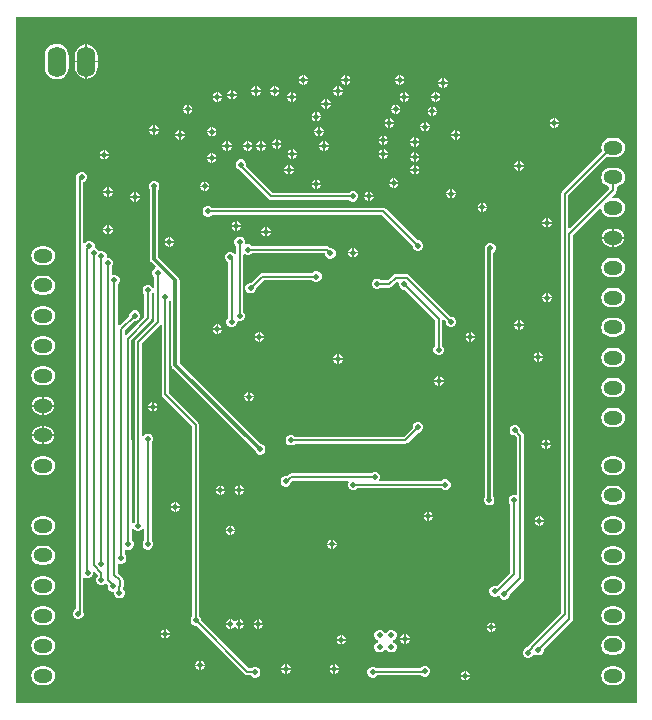
<source format=gbl>
G04*
G04 #@! TF.GenerationSoftware,Altium Limited,Altium Designer,22.10.1 (41)*
G04*
G04 Layer_Physical_Order=2*
G04 Layer_Color=16711680*
%FSLAX44Y44*%
%MOMM*%
G71*
G04*
G04 #@! TF.SameCoordinates,CF2D2C2D-E053-46F7-9F59-BE4F3A44D851*
G04*
G04*
G04 #@! TF.FilePolarity,Positive*
G04*
G01*
G75*
%ADD12C,0.2000*%
%ADD59C,0.3000*%
%ADD61O,1.6000X1.2000*%
%ADD62O,1.6000X2.6000*%
%ADD63C,0.5000*%
G36*
X527932Y22068D02*
X2068D01*
Y602932D01*
X527932D01*
Y22068D01*
D02*
G37*
%LPC*%
G36*
X62750Y579483D02*
Y565750D01*
X71582D01*
Y570000D01*
X71255Y572480D01*
X70298Y574791D01*
X68776Y576776D01*
X66791Y578298D01*
X64480Y579255D01*
X62750Y579483D01*
D02*
G37*
G36*
X61250D02*
X59520Y579255D01*
X57209Y578298D01*
X55225Y576776D01*
X53702Y574791D01*
X52744Y572480D01*
X52418Y570000D01*
Y565750D01*
X61250D01*
Y579483D01*
D02*
G37*
G36*
Y564250D02*
X52418D01*
Y560000D01*
X52744Y557520D01*
X53702Y555209D01*
X55225Y553224D01*
X57209Y551702D01*
X59520Y550745D01*
X61250Y550517D01*
Y564250D01*
D02*
G37*
G36*
X71582D02*
X62750D01*
Y550517D01*
X64480Y550745D01*
X66791Y551702D01*
X68776Y553224D01*
X70298Y555209D01*
X71255Y557520D01*
X71582Y560000D01*
Y564250D01*
D02*
G37*
G36*
X327964Y553446D02*
X327919D01*
Y550196D01*
X331169D01*
Y550242D01*
X330560Y551712D01*
X329434Y552837D01*
X327964Y553446D01*
D02*
G37*
G36*
X326418D02*
X326373D01*
X324903Y552837D01*
X323778Y551712D01*
X323168Y550242D01*
Y550196D01*
X326418D01*
Y553446D01*
D02*
G37*
G36*
X282464D02*
X282418D01*
Y550196D01*
X285669D01*
Y550242D01*
X285060Y551712D01*
X283934Y552837D01*
X282464Y553446D01*
D02*
G37*
G36*
X280919D02*
X280873D01*
X279403Y552837D01*
X278277Y551712D01*
X277669Y550242D01*
Y550196D01*
X280919D01*
Y553446D01*
D02*
G37*
G36*
X246653D02*
X246607D01*
Y550196D01*
X249857D01*
Y550242D01*
X249248Y551712D01*
X248123Y552837D01*
X246653Y553446D01*
D02*
G37*
G36*
X245107D02*
X245061D01*
X243591Y552837D01*
X242466Y551712D01*
X241857Y550242D01*
Y550196D01*
X245107D01*
Y553446D01*
D02*
G37*
G36*
X37000Y580086D02*
X34390Y579743D01*
X31957Y578735D01*
X29868Y577132D01*
X28265Y575043D01*
X27257Y572611D01*
X26914Y570000D01*
Y560000D01*
X27257Y557389D01*
X28265Y554957D01*
X29868Y552868D01*
X31957Y551265D01*
X34390Y550257D01*
X37000Y549914D01*
X39611Y550257D01*
X42043Y551265D01*
X44132Y552868D01*
X45735Y554957D01*
X46743Y557389D01*
X47086Y560000D01*
Y570000D01*
X46743Y572611D01*
X45735Y575043D01*
X44132Y577132D01*
X42043Y578735D01*
X39611Y579743D01*
X37000Y580086D01*
D02*
G37*
G36*
X364796Y551000D02*
X364750D01*
Y547750D01*
X368000D01*
Y547796D01*
X367391Y549266D01*
X366266Y550391D01*
X364796Y551000D01*
D02*
G37*
G36*
X363250D02*
X363204D01*
X361734Y550391D01*
X360609Y549266D01*
X360000Y547796D01*
Y547750D01*
X363250D01*
Y551000D01*
D02*
G37*
G36*
X331169Y548696D02*
X327919D01*
Y545446D01*
X327964D01*
X329434Y546055D01*
X330560Y547181D01*
X331169Y548651D01*
Y548696D01*
D02*
G37*
G36*
X326418D02*
X323168D01*
Y548651D01*
X323778Y547181D01*
X324903Y546055D01*
X326373Y545446D01*
X326418D01*
Y548696D01*
D02*
G37*
G36*
X285669D02*
X282418D01*
Y545446D01*
X282464D01*
X283934Y546055D01*
X285060Y547181D01*
X285669Y548651D01*
Y548696D01*
D02*
G37*
G36*
X280919D02*
X277669D01*
Y548651D01*
X278277Y547181D01*
X279403Y546055D01*
X280873Y545446D01*
X280919D01*
Y548696D01*
D02*
G37*
G36*
X249857D02*
X246607D01*
Y545446D01*
X246653D01*
X248123Y546055D01*
X249248Y547181D01*
X249857Y548651D01*
Y548696D01*
D02*
G37*
G36*
X245107D02*
X241857D01*
Y548651D01*
X242466Y547181D01*
X243591Y546055D01*
X245061Y545446D01*
X245107D01*
Y548696D01*
D02*
G37*
G36*
X368000Y546250D02*
X364750D01*
Y543000D01*
X364796D01*
X366266Y543609D01*
X367391Y544734D01*
X368000Y546204D01*
Y546250D01*
D02*
G37*
G36*
X363250D02*
X360000D01*
Y546204D01*
X360609Y544734D01*
X361734Y543609D01*
X363204Y543000D01*
X363250D01*
Y546250D01*
D02*
G37*
G36*
X275964Y544008D02*
X275919D01*
Y540758D01*
X279168D01*
Y540804D01*
X278560Y542274D01*
X277434Y543399D01*
X275964Y544008D01*
D02*
G37*
G36*
X274419D02*
X274373D01*
X272903Y543399D01*
X271777Y542274D01*
X271168Y540804D01*
Y540758D01*
X274419D01*
Y544008D01*
D02*
G37*
G36*
X222214D02*
X222169D01*
Y540758D01*
X225418D01*
Y540804D01*
X224810Y542274D01*
X223684Y543399D01*
X222214Y544008D01*
D02*
G37*
G36*
X220669D02*
X220623D01*
X219153Y543399D01*
X218027Y542274D01*
X217419Y540804D01*
Y540758D01*
X220669D01*
Y544008D01*
D02*
G37*
G36*
X206464D02*
X206419D01*
Y540758D01*
X209669D01*
Y540804D01*
X209060Y542274D01*
X207934Y543399D01*
X206464Y544008D01*
D02*
G37*
G36*
X204919D02*
X204873D01*
X203403Y543399D01*
X202278Y542274D01*
X201669Y540804D01*
Y540758D01*
X204919D01*
Y544008D01*
D02*
G37*
G36*
X185947Y541000D02*
X185902D01*
Y537750D01*
X189152D01*
Y537796D01*
X188543Y539266D01*
X187418Y540391D01*
X185947Y541000D01*
D02*
G37*
G36*
X184402D02*
X184356D01*
X182886Y540391D01*
X181761Y539266D01*
X181152Y537796D01*
Y537750D01*
X184402D01*
Y541000D01*
D02*
G37*
G36*
X279168Y539258D02*
X275919D01*
Y536008D01*
X275964D01*
X277434Y536617D01*
X278560Y537742D01*
X279168Y539212D01*
Y539258D01*
D02*
G37*
G36*
X274419D02*
X271168D01*
Y539212D01*
X271777Y537742D01*
X272903Y536617D01*
X274373Y536008D01*
X274419D01*
Y539258D01*
D02*
G37*
G36*
X225418D02*
X222169D01*
Y536008D01*
X222214D01*
X223684Y536617D01*
X224810Y537742D01*
X225418Y539212D01*
Y539258D01*
D02*
G37*
G36*
X220669D02*
X217419D01*
Y539212D01*
X218027Y537742D01*
X219153Y536617D01*
X220623Y536008D01*
X220669D01*
Y539258D01*
D02*
G37*
G36*
X209669D02*
X206419D01*
Y536008D01*
X206464D01*
X207934Y536617D01*
X209060Y537742D01*
X209669Y539212D01*
Y539258D01*
D02*
G37*
G36*
X204919D02*
X201669D01*
Y539212D01*
X202278Y537742D01*
X203403Y536617D01*
X204873Y536008D01*
X204919D01*
Y539258D01*
D02*
G37*
G36*
X358464Y539000D02*
X358419D01*
Y535750D01*
X361669D01*
Y535796D01*
X361060Y537266D01*
X359934Y538391D01*
X358464Y539000D01*
D02*
G37*
G36*
X356918D02*
X356873D01*
X355403Y538391D01*
X354277Y537266D01*
X353669Y535796D01*
Y535750D01*
X356918D01*
Y539000D01*
D02*
G37*
G36*
X331964D02*
X331918D01*
Y535750D01*
X335168D01*
Y535796D01*
X334560Y537266D01*
X333434Y538391D01*
X331964Y539000D01*
D02*
G37*
G36*
X330419D02*
X330373D01*
X328903Y538391D01*
X327777Y537266D01*
X327169Y535796D01*
Y535750D01*
X330419D01*
Y539000D01*
D02*
G37*
G36*
X236724D02*
X236679D01*
Y535750D01*
X239929D01*
Y535796D01*
X239320Y537266D01*
X238194Y538391D01*
X236724Y539000D01*
D02*
G37*
G36*
X235179D02*
X235133D01*
X233663Y538391D01*
X232538Y537266D01*
X231929Y535796D01*
Y535750D01*
X235179D01*
Y539000D01*
D02*
G37*
G36*
X173796D02*
X173750D01*
Y535750D01*
X177000D01*
Y535796D01*
X176391Y537266D01*
X175266Y538391D01*
X173796Y539000D01*
D02*
G37*
G36*
X172250D02*
X172204D01*
X170734Y538391D01*
X169609Y537266D01*
X169000Y535796D01*
Y535750D01*
X172250D01*
Y539000D01*
D02*
G37*
G36*
X189152Y536250D02*
X185902D01*
Y533000D01*
X185947D01*
X187418Y533609D01*
X188543Y534734D01*
X189152Y536204D01*
Y536250D01*
D02*
G37*
G36*
X184402D02*
X181152D01*
Y536204D01*
X181761Y534734D01*
X182886Y533609D01*
X184356Y533000D01*
X184402D01*
Y536250D01*
D02*
G37*
G36*
X361669Y534250D02*
X358419D01*
Y531000D01*
X358464D01*
X359934Y531609D01*
X361060Y532734D01*
X361669Y534204D01*
Y534250D01*
D02*
G37*
G36*
X356918D02*
X353669D01*
Y534204D01*
X354277Y532734D01*
X355403Y531609D01*
X356873Y531000D01*
X356918D01*
Y534250D01*
D02*
G37*
G36*
X335168D02*
X331918D01*
Y531000D01*
X331964D01*
X333434Y531609D01*
X334560Y532734D01*
X335168Y534204D01*
Y534250D01*
D02*
G37*
G36*
X330419D02*
X327169D01*
Y534204D01*
X327777Y532734D01*
X328903Y531609D01*
X330373Y531000D01*
X330419D01*
Y534250D01*
D02*
G37*
G36*
X239929D02*
X236679D01*
Y531000D01*
X236724D01*
X238194Y531609D01*
X239320Y532734D01*
X239929Y534204D01*
Y534250D01*
D02*
G37*
G36*
X235179D02*
X231929D01*
Y534204D01*
X232538Y532734D01*
X233663Y531609D01*
X235133Y531000D01*
X235179D01*
Y534250D01*
D02*
G37*
G36*
X177000D02*
X173750D01*
Y531000D01*
X173796D01*
X175266Y531609D01*
X176391Y532734D01*
X177000Y534204D01*
Y534250D01*
D02*
G37*
G36*
X172250D02*
X169000D01*
Y534204D01*
X169609Y532734D01*
X170734Y531609D01*
X172204Y531000D01*
X172250D01*
Y534250D01*
D02*
G37*
G36*
X265796Y533252D02*
X265750D01*
Y530003D01*
X269000D01*
Y530048D01*
X268391Y531518D01*
X267266Y532644D01*
X265796Y533252D01*
D02*
G37*
G36*
X264250D02*
X264204D01*
X262734Y532644D01*
X261609Y531518D01*
X261000Y530048D01*
Y530003D01*
X264250D01*
Y533252D01*
D02*
G37*
G36*
X324657Y528518D02*
X324611D01*
Y525268D01*
X327861D01*
Y525314D01*
X327252Y526784D01*
X326127Y527909D01*
X324657Y528518D01*
D02*
G37*
G36*
X323111D02*
X323065D01*
X321595Y527909D01*
X320470Y526784D01*
X319861Y525314D01*
Y525268D01*
X323111D01*
Y528518D01*
D02*
G37*
G36*
X148683D02*
X148637D01*
Y525268D01*
X151888D01*
Y525314D01*
X151278Y526784D01*
X150153Y527909D01*
X148683Y528518D01*
D02*
G37*
G36*
X147137D02*
X147092D01*
X145622Y527909D01*
X144496Y526784D01*
X143888Y525314D01*
Y525268D01*
X147137D01*
Y528518D01*
D02*
G37*
G36*
X269000Y528503D02*
X265750D01*
Y525252D01*
X265796D01*
X267266Y525862D01*
X268391Y526987D01*
X269000Y528457D01*
Y528503D01*
D02*
G37*
G36*
X264250D02*
X261000D01*
Y528457D01*
X261609Y526987D01*
X262734Y525862D01*
X264204Y525252D01*
X264250D01*
Y528503D01*
D02*
G37*
G36*
X355796Y526768D02*
X355750D01*
Y523518D01*
X359000D01*
Y523564D01*
X358391Y525034D01*
X357266Y526159D01*
X355796Y526768D01*
D02*
G37*
G36*
X354250D02*
X354204D01*
X352734Y526159D01*
X351609Y525034D01*
X351000Y523564D01*
Y523518D01*
X354250D01*
Y526768D01*
D02*
G37*
G36*
X327861Y523768D02*
X324611D01*
Y520518D01*
X324657D01*
X326127Y521127D01*
X327252Y522253D01*
X327861Y523723D01*
Y523768D01*
D02*
G37*
G36*
X323111D02*
X319861D01*
Y523723D01*
X320470Y522253D01*
X321595Y521127D01*
X323065Y520518D01*
X323111D01*
Y523768D01*
D02*
G37*
G36*
X151888D02*
X148637D01*
Y520518D01*
X148683D01*
X150153Y521127D01*
X151278Y522253D01*
X151888Y523723D01*
Y523768D01*
D02*
G37*
G36*
X147137D02*
X143888D01*
Y523723D01*
X144496Y522253D01*
X145622Y521127D01*
X147092Y520518D01*
X147137D01*
Y523768D01*
D02*
G37*
G36*
X257464Y522501D02*
X257418D01*
Y519251D01*
X260669D01*
Y519297D01*
X260060Y520767D01*
X258934Y521892D01*
X257464Y522501D01*
D02*
G37*
G36*
X255919D02*
X255873D01*
X254403Y521892D01*
X253277Y520767D01*
X252669Y519297D01*
Y519251D01*
X255919D01*
Y522501D01*
D02*
G37*
G36*
X359000Y522018D02*
X355750D01*
Y518768D01*
X355796D01*
X357266Y519377D01*
X358391Y520503D01*
X359000Y521973D01*
Y522018D01*
D02*
G37*
G36*
X354250D02*
X351000D01*
Y521973D01*
X351609Y520503D01*
X352734Y519377D01*
X354204Y518768D01*
X354250D01*
Y522018D01*
D02*
G37*
G36*
X260669Y517751D02*
X257418D01*
Y514501D01*
X257464D01*
X258934Y515110D01*
X260060Y516235D01*
X260669Y517705D01*
Y517751D01*
D02*
G37*
G36*
X255919D02*
X252669D01*
Y517705D01*
X253277Y516235D01*
X254403Y515110D01*
X255873Y514501D01*
X255919D01*
Y517751D01*
D02*
G37*
G36*
X459133Y517074D02*
X459087D01*
Y513824D01*
X462337D01*
Y513870D01*
X461728Y515340D01*
X460603Y516465D01*
X459133Y517074D01*
D02*
G37*
G36*
X457587D02*
X457542D01*
X456071Y516465D01*
X454946Y515340D01*
X454337Y513870D01*
Y513824D01*
X457587D01*
Y517074D01*
D02*
G37*
G36*
X319384D02*
X319338D01*
Y513824D01*
X322589D01*
Y513870D01*
X321980Y515340D01*
X320854Y516465D01*
X319384Y517074D01*
D02*
G37*
G36*
X317839D02*
X317793D01*
X316323Y516465D01*
X315198Y515340D01*
X314589Y513870D01*
Y513824D01*
X317839D01*
Y517074D01*
D02*
G37*
G36*
X349714Y514000D02*
X349669D01*
Y510750D01*
X352919D01*
Y510796D01*
X352309Y512266D01*
X351184Y513391D01*
X349714Y514000D01*
D02*
G37*
G36*
X348168D02*
X348123D01*
X346653Y513391D01*
X345527Y512266D01*
X344919Y510796D01*
Y510750D01*
X348168D01*
Y514000D01*
D02*
G37*
G36*
X462337Y512324D02*
X459087D01*
Y509074D01*
X459133D01*
X460603Y509683D01*
X461728Y510808D01*
X462337Y512278D01*
Y512324D01*
D02*
G37*
G36*
X457587D02*
X454337D01*
Y512278D01*
X454946Y510808D01*
X456071Y509683D01*
X457542Y509074D01*
X457587D01*
Y512324D01*
D02*
G37*
G36*
X322589D02*
X319338D01*
Y509074D01*
X319384D01*
X320854Y509683D01*
X321980Y510808D01*
X322589Y512278D01*
Y512324D01*
D02*
G37*
G36*
X317839D02*
X314589D01*
Y512278D01*
X315198Y510808D01*
X316323Y509683D01*
X317793Y509074D01*
X317839D01*
Y512324D01*
D02*
G37*
G36*
X120115Y510925D02*
X120070D01*
Y507675D01*
X123320D01*
Y507721D01*
X122711Y509191D01*
X121586Y510316D01*
X120115Y510925D01*
D02*
G37*
G36*
X118570D02*
X118524D01*
X117054Y510316D01*
X115929Y509191D01*
X115320Y507721D01*
Y507675D01*
X118570D01*
Y510925D01*
D02*
G37*
G36*
X259796Y509768D02*
X259750D01*
Y506518D01*
X263000D01*
Y506564D01*
X262391Y508034D01*
X261266Y509159D01*
X259796Y509768D01*
D02*
G37*
G36*
X258250D02*
X258204D01*
X256734Y509159D01*
X255609Y508034D01*
X255000Y506564D01*
Y506518D01*
X258250D01*
Y509768D01*
D02*
G37*
G36*
X168796D02*
X168750D01*
Y506518D01*
X172000D01*
Y506564D01*
X171391Y508034D01*
X170266Y509159D01*
X168796Y509768D01*
D02*
G37*
G36*
X167250D02*
X167204D01*
X165734Y509159D01*
X164609Y508034D01*
X164000Y506564D01*
Y506518D01*
X167250D01*
Y509768D01*
D02*
G37*
G36*
X352919Y509250D02*
X349669D01*
Y506000D01*
X349714D01*
X351184Y506609D01*
X352309Y507734D01*
X352919Y509204D01*
Y509250D01*
D02*
G37*
G36*
X348168D02*
X344919D01*
Y509204D01*
X345527Y507734D01*
X346653Y506609D01*
X348123Y506000D01*
X348168D01*
Y509250D01*
D02*
G37*
G36*
X375464Y507000D02*
X375419D01*
Y503750D01*
X378669D01*
Y503796D01*
X378060Y505266D01*
X376934Y506391D01*
X375464Y507000D01*
D02*
G37*
G36*
X373918D02*
X373873D01*
X372403Y506391D01*
X371278Y505266D01*
X370668Y503796D01*
Y503750D01*
X373918D01*
Y507000D01*
D02*
G37*
G36*
X141933D02*
X141887D01*
Y503750D01*
X145138D01*
Y503796D01*
X144529Y505266D01*
X143403Y506391D01*
X141933Y507000D01*
D02*
G37*
G36*
X140387D02*
X140342D01*
X138872Y506391D01*
X137746Y505266D01*
X137137Y503796D01*
Y503750D01*
X140387D01*
Y507000D01*
D02*
G37*
G36*
X123320Y506175D02*
X120070D01*
Y502925D01*
X120115D01*
X121586Y503534D01*
X122711Y504660D01*
X123320Y506130D01*
Y506175D01*
D02*
G37*
G36*
X118570D02*
X115320D01*
Y506130D01*
X115929Y504660D01*
X117054Y503534D01*
X118524Y502925D01*
X118570D01*
Y506175D01*
D02*
G37*
G36*
X263000Y505018D02*
X259750D01*
Y501768D01*
X259796D01*
X261266Y502377D01*
X262391Y503502D01*
X263000Y504973D01*
Y505018D01*
D02*
G37*
G36*
X258250D02*
X255000D01*
Y504973D01*
X255609Y503502D01*
X256734Y502377D01*
X258204Y501768D01*
X258250D01*
Y505018D01*
D02*
G37*
G36*
X172000D02*
X168750D01*
Y501768D01*
X168796D01*
X170266Y502377D01*
X171391Y503502D01*
X172000Y504973D01*
Y505018D01*
D02*
G37*
G36*
X167250D02*
X164000D01*
Y504973D01*
X164609Y503502D01*
X165734Y502377D01*
X167204Y501768D01*
X167250D01*
Y505018D01*
D02*
G37*
G36*
X314214Y502281D02*
X314168D01*
Y499031D01*
X317418D01*
Y499077D01*
X316810Y500547D01*
X315684Y501672D01*
X314214Y502281D01*
D02*
G37*
G36*
X312668D02*
X312623D01*
X311153Y501672D01*
X310027Y500547D01*
X309418Y499077D01*
Y499031D01*
X312668D01*
Y502281D01*
D02*
G37*
G36*
X378669Y502250D02*
X375419D01*
Y499000D01*
X375464D01*
X376934Y499609D01*
X378060Y500734D01*
X378669Y502204D01*
Y502250D01*
D02*
G37*
G36*
X373918D02*
X370668D01*
Y502204D01*
X371278Y500734D01*
X372403Y499609D01*
X373873Y499000D01*
X373918D01*
Y502250D01*
D02*
G37*
G36*
X145138D02*
X141887D01*
Y499000D01*
X141933D01*
X143403Y499609D01*
X144529Y500734D01*
X145138Y502204D01*
Y502250D01*
D02*
G37*
G36*
X140387D02*
X137137D01*
Y502204D01*
X137746Y500734D01*
X138872Y499609D01*
X140342Y499000D01*
X140387D01*
Y502250D01*
D02*
G37*
G36*
X340796Y501018D02*
X340750D01*
Y497768D01*
X344000D01*
Y497814D01*
X343391Y499284D01*
X342266Y500409D01*
X340796Y501018D01*
D02*
G37*
G36*
X339250D02*
X339204D01*
X337734Y500409D01*
X336609Y499284D01*
X336000Y497814D01*
Y497768D01*
X339250D01*
Y501018D01*
D02*
G37*
G36*
X223964Y499282D02*
X223918D01*
Y496032D01*
X227169D01*
Y496078D01*
X226560Y497548D01*
X225434Y498673D01*
X223964Y499282D01*
D02*
G37*
G36*
X222419D02*
X222373D01*
X220903Y498673D01*
X219778Y497548D01*
X219168Y496078D01*
Y496032D01*
X222419D01*
Y499282D01*
D02*
G37*
G36*
X317418Y497531D02*
X314168D01*
Y494281D01*
X314214D01*
X315684Y494890D01*
X316810Y496015D01*
X317418Y497485D01*
Y497531D01*
D02*
G37*
G36*
X312668D02*
X309418D01*
Y497485D01*
X310027Y496015D01*
X311153Y494890D01*
X312623Y494281D01*
X312668D01*
Y497531D01*
D02*
G37*
G36*
X263964Y497500D02*
X263918D01*
Y494250D01*
X267169D01*
Y494295D01*
X266560Y495765D01*
X265434Y496891D01*
X263964Y497500D01*
D02*
G37*
G36*
X262419D02*
X262373D01*
X260903Y496891D01*
X259778Y495765D01*
X259169Y494295D01*
Y494250D01*
X262419D01*
Y497500D01*
D02*
G37*
G36*
X210714D02*
X210669D01*
Y494250D01*
X213918D01*
Y494295D01*
X213310Y495765D01*
X212184Y496891D01*
X210714Y497500D01*
D02*
G37*
G36*
X209169D02*
X209123D01*
X207653Y496891D01*
X206528Y495765D01*
X205919Y494295D01*
Y494250D01*
X209169D01*
Y497500D01*
D02*
G37*
G36*
X199350D02*
X199304D01*
Y494250D01*
X202554D01*
Y494295D01*
X201945Y495765D01*
X200820Y496891D01*
X199350Y497500D01*
D02*
G37*
G36*
X197804D02*
X197758D01*
X196288Y496891D01*
X195163Y495765D01*
X194554Y494295D01*
Y494250D01*
X197804D01*
Y497500D01*
D02*
G37*
G36*
X181796D02*
X181750D01*
Y494250D01*
X185000D01*
Y494295D01*
X184391Y495765D01*
X183266Y496891D01*
X181796Y497500D01*
D02*
G37*
G36*
X180250D02*
X180204D01*
X178734Y496891D01*
X177609Y495765D01*
X177000Y494295D01*
Y494250D01*
X180250D01*
Y497500D01*
D02*
G37*
G36*
X344000Y496268D02*
X340750D01*
Y493018D01*
X340796D01*
X342266Y493627D01*
X343391Y494753D01*
X344000Y496223D01*
Y496268D01*
D02*
G37*
G36*
X339250D02*
X336000D01*
Y496223D01*
X336609Y494753D01*
X337734Y493627D01*
X339204Y493018D01*
X339250D01*
Y496268D01*
D02*
G37*
G36*
X227169Y494532D02*
X223918D01*
Y491282D01*
X223964D01*
X225434Y491891D01*
X226560Y493016D01*
X227169Y494486D01*
Y494532D01*
D02*
G37*
G36*
X222419D02*
X219168D01*
Y494486D01*
X219778Y493016D01*
X220903Y491891D01*
X222373Y491282D01*
X222419D01*
Y494532D01*
D02*
G37*
G36*
X267169Y492750D02*
X263918D01*
Y489500D01*
X263964D01*
X265434Y490109D01*
X266560Y491234D01*
X267169Y492704D01*
Y492750D01*
D02*
G37*
G36*
X262419D02*
X259169D01*
Y492704D01*
X259778Y491234D01*
X260903Y490109D01*
X262373Y489500D01*
X262419D01*
Y492750D01*
D02*
G37*
G36*
X213918D02*
X210669D01*
Y489500D01*
X210714D01*
X212184Y490109D01*
X213310Y491234D01*
X213918Y492704D01*
Y492750D01*
D02*
G37*
G36*
X209169D02*
X205919D01*
Y492704D01*
X206528Y491234D01*
X207653Y490109D01*
X209123Y489500D01*
X209169D01*
Y492750D01*
D02*
G37*
G36*
X202554D02*
X199304D01*
Y489500D01*
X199350D01*
X200820Y490109D01*
X201945Y491234D01*
X202554Y492704D01*
Y492750D01*
D02*
G37*
G36*
X197804D02*
X194554D01*
Y492704D01*
X195163Y491234D01*
X196288Y490109D01*
X197758Y489500D01*
X197804D01*
Y492750D01*
D02*
G37*
G36*
X185000D02*
X181750D01*
Y489500D01*
X181796D01*
X183266Y490109D01*
X184391Y491234D01*
X185000Y492704D01*
Y492750D01*
D02*
G37*
G36*
X180250D02*
X177000D01*
Y492704D01*
X177609Y491234D01*
X178734Y490109D01*
X180204Y489500D01*
X180250D01*
Y492750D01*
D02*
G37*
G36*
X314214Y490686D02*
X314168D01*
Y487435D01*
X317418D01*
Y487481D01*
X316810Y488951D01*
X315684Y490077D01*
X314214Y490686D01*
D02*
G37*
G36*
X312668D02*
X312623D01*
X311153Y490077D01*
X310027Y488951D01*
X309418Y487481D01*
Y487435D01*
X312668D01*
Y490686D01*
D02*
G37*
G36*
X237216D02*
X237170D01*
Y487435D01*
X240420D01*
Y487481D01*
X239811Y488951D01*
X238686Y490077D01*
X237216Y490686D01*
D02*
G37*
G36*
X235670D02*
X235625D01*
X234154Y490077D01*
X233029Y488951D01*
X232420Y487481D01*
Y487435D01*
X235670D01*
Y490686D01*
D02*
G37*
G36*
X78182Y490186D02*
X78136D01*
Y486936D01*
X81386D01*
Y486981D01*
X80777Y488451D01*
X79652Y489577D01*
X78182Y490186D01*
D02*
G37*
G36*
X76636D02*
X76590D01*
X75120Y489577D01*
X73995Y488451D01*
X73386Y486981D01*
Y486936D01*
X76636D01*
Y490186D01*
D02*
G37*
G36*
X340796Y488030D02*
X340750D01*
Y484780D01*
X344000D01*
Y484826D01*
X343391Y486296D01*
X342266Y487421D01*
X340796Y488030D01*
D02*
G37*
G36*
X339250D02*
X339204D01*
X337734Y487421D01*
X336609Y486296D01*
X336000Y484826D01*
Y484780D01*
X339250D01*
Y488030D01*
D02*
G37*
G36*
X510000Y500169D02*
X506000D01*
X503912Y499894D01*
X501965Y499088D01*
X500294Y497806D01*
X499012Y496134D01*
X498206Y494188D01*
X497931Y492100D01*
X498206Y490011D01*
X498610Y489036D01*
X464999Y455424D01*
X464336Y454432D01*
X464103Y453262D01*
X464103Y453261D01*
Y421497D01*
X463941Y420685D01*
X463941Y420685D01*
Y98157D01*
X437006Y71221D01*
X436343Y70229D01*
X436276Y69892D01*
X435531Y69147D01*
X435273D01*
X433619Y68462D01*
X432354Y67196D01*
X431669Y65542D01*
Y63752D01*
X432354Y62098D01*
X433619Y60833D01*
X435273Y60147D01*
X437064D01*
X438718Y60833D01*
X439983Y62098D01*
X440337Y62952D01*
X441835Y63250D01*
X442119Y62965D01*
X443773Y62280D01*
X445564D01*
X447217Y62965D01*
X448483Y64231D01*
X449169Y65885D01*
Y66954D01*
X473163Y90948D01*
X473826Y91941D01*
X474059Y93111D01*
X474059Y93111D01*
Y417761D01*
X496760Y440462D01*
X498101Y440007D01*
X498206Y439212D01*
X499012Y437265D01*
X500294Y435594D01*
X501965Y434312D01*
X503912Y433506D01*
X506000Y433231D01*
X510000D01*
X512088Y433506D01*
X514035Y434312D01*
X515706Y435594D01*
X516988Y437265D01*
X517794Y439212D01*
X518069Y441300D01*
X517794Y443388D01*
X516988Y445335D01*
X515706Y447006D01*
X514035Y448288D01*
X512088Y449094D01*
X510000Y449369D01*
X507463D01*
X506937Y450639D01*
X510163Y453865D01*
X510826Y454857D01*
X511059Y456028D01*
X511059Y456028D01*
Y459170D01*
X512088Y459306D01*
X514035Y460112D01*
X515706Y461394D01*
X516988Y463065D01*
X517794Y465011D01*
X518069Y467100D01*
X517794Y469188D01*
X516988Y471134D01*
X515706Y472806D01*
X514035Y474088D01*
X512088Y474894D01*
X510000Y475169D01*
X506000D01*
X503912Y474894D01*
X501965Y474088D01*
X500294Y472806D01*
X499012Y471134D01*
X498206Y469188D01*
X497931Y467100D01*
X498206Y465011D01*
X499012Y463065D01*
X500294Y461394D01*
X501965Y460112D01*
X503912Y459306D01*
X504941Y459170D01*
Y457295D01*
X471394Y423747D01*
X470220Y424234D01*
Y451995D01*
X502936Y484710D01*
X503912Y484306D01*
X506000Y484031D01*
X510000D01*
X512088Y484306D01*
X514035Y485112D01*
X515706Y486394D01*
X516988Y488065D01*
X517794Y490011D01*
X518069Y492100D01*
X517794Y494188D01*
X516988Y496134D01*
X515706Y497806D01*
X514035Y499088D01*
X512088Y499894D01*
X510000Y500169D01*
D02*
G37*
G36*
X168796Y487280D02*
X168750D01*
Y484030D01*
X172000D01*
Y484076D01*
X171391Y485546D01*
X170266Y486671D01*
X168796Y487280D01*
D02*
G37*
G36*
X167250D02*
X167204D01*
X165734Y486671D01*
X164609Y485546D01*
X164000Y484076D01*
Y484030D01*
X167250D01*
Y487280D01*
D02*
G37*
G36*
X317418Y485936D02*
X314168D01*
Y482686D01*
X314214D01*
X315684Y483294D01*
X316810Y484420D01*
X317418Y485890D01*
Y485936D01*
D02*
G37*
G36*
X312668D02*
X309418D01*
Y485890D01*
X310027Y484420D01*
X311153Y483294D01*
X312623Y482686D01*
X312668D01*
Y485936D01*
D02*
G37*
G36*
X240420D02*
X237170D01*
Y482686D01*
X237216D01*
X238686Y483294D01*
X239811Y484420D01*
X240420Y485890D01*
Y485936D01*
D02*
G37*
G36*
X235670D02*
X232420D01*
Y485890D01*
X233029Y484420D01*
X234154Y483294D01*
X235625Y482686D01*
X235670D01*
Y485936D01*
D02*
G37*
G36*
X81386Y485436D02*
X78136D01*
Y482186D01*
X78182D01*
X79652Y482794D01*
X80777Y483920D01*
X81386Y485390D01*
Y485436D01*
D02*
G37*
G36*
X76636D02*
X73386D01*
Y485390D01*
X73995Y483920D01*
X75120Y482794D01*
X76590Y482186D01*
X76636D01*
Y485436D01*
D02*
G37*
G36*
X344000Y483280D02*
X340750D01*
Y480030D01*
X340796D01*
X342266Y480639D01*
X343391Y481764D01*
X344000Y483234D01*
Y483280D01*
D02*
G37*
G36*
X339250D02*
X336000D01*
Y483234D01*
X336609Y481764D01*
X337734Y480639D01*
X339204Y480030D01*
X339250D01*
Y483280D01*
D02*
G37*
G36*
X172000Y482530D02*
X168750D01*
Y479280D01*
X168796D01*
X170266Y479889D01*
X171391Y481014D01*
X172000Y482484D01*
Y482530D01*
D02*
G37*
G36*
X167250D02*
X164000D01*
Y482484D01*
X164609Y481014D01*
X165734Y479889D01*
X167204Y479280D01*
X167250D01*
Y482530D01*
D02*
G37*
G36*
X429214Y480780D02*
X429169D01*
Y477530D01*
X432419D01*
Y477575D01*
X431810Y479046D01*
X430684Y480171D01*
X429214Y480780D01*
D02*
G37*
G36*
X427669D02*
X427623D01*
X426153Y480171D01*
X425028Y479046D01*
X424419Y477575D01*
Y477530D01*
X427669D01*
Y480780D01*
D02*
G37*
G36*
X340796Y477530D02*
X340750D01*
Y474280D01*
X344000D01*
Y474325D01*
X343391Y475796D01*
X342266Y476921D01*
X340796Y477530D01*
D02*
G37*
G36*
X339250D02*
X339204D01*
X337734Y476921D01*
X336609Y475796D01*
X336000Y474325D01*
Y474280D01*
X339250D01*
Y477530D01*
D02*
G37*
G36*
X234464D02*
X234419D01*
Y474280D01*
X237668D01*
Y474325D01*
X237060Y475796D01*
X235934Y476921D01*
X234464Y477530D01*
D02*
G37*
G36*
X232919D02*
X232873D01*
X231403Y476921D01*
X230278Y475796D01*
X229669Y474325D01*
Y474280D01*
X232919D01*
Y477530D01*
D02*
G37*
G36*
X432419Y476030D02*
X429169D01*
Y472780D01*
X429214D01*
X430684Y473389D01*
X431810Y474514D01*
X432419Y475984D01*
Y476030D01*
D02*
G37*
G36*
X427669D02*
X424419D01*
Y475984D01*
X425028Y474514D01*
X426153Y473389D01*
X427623Y472780D01*
X427669D01*
Y476030D01*
D02*
G37*
G36*
X344000Y472780D02*
X340750D01*
Y469530D01*
X340796D01*
X342266Y470139D01*
X343391Y471264D01*
X344000Y472734D01*
Y472780D01*
D02*
G37*
G36*
X339250D02*
X336000D01*
Y472734D01*
X336609Y471264D01*
X337734Y470139D01*
X339204Y469530D01*
X339250D01*
Y472780D01*
D02*
G37*
G36*
X237668D02*
X234419D01*
Y469530D01*
X234464D01*
X235934Y470139D01*
X237060Y471264D01*
X237668Y472734D01*
Y472780D01*
D02*
G37*
G36*
X232919D02*
X229669D01*
Y472734D01*
X230278Y471264D01*
X231403Y470139D01*
X232873Y469530D01*
X232919D01*
Y472780D01*
D02*
G37*
G36*
X322964Y466030D02*
X322919D01*
Y462780D01*
X326169D01*
Y462826D01*
X325560Y464296D01*
X324434Y465421D01*
X322964Y466030D01*
D02*
G37*
G36*
X321418D02*
X321373D01*
X319903Y465421D01*
X318778Y464296D01*
X318169Y462826D01*
Y462780D01*
X321418D01*
Y466030D01*
D02*
G37*
G36*
X257464Y465030D02*
X257418D01*
Y461780D01*
X260669D01*
Y461825D01*
X260060Y463296D01*
X258934Y464421D01*
X257464Y465030D01*
D02*
G37*
G36*
X255919D02*
X255873D01*
X254403Y464421D01*
X253277Y463296D01*
X252669Y461825D01*
Y461780D01*
X255919D01*
Y465030D01*
D02*
G37*
G36*
X162933Y463278D02*
X162887D01*
Y460028D01*
X166138D01*
Y460073D01*
X165529Y461544D01*
X164403Y462669D01*
X162933Y463278D01*
D02*
G37*
G36*
X161388D02*
X161342D01*
X159872Y462669D01*
X158746Y461544D01*
X158138Y460073D01*
Y460028D01*
X161388D01*
Y463278D01*
D02*
G37*
G36*
X326169Y461280D02*
X322919D01*
Y458030D01*
X322964D01*
X324434Y458639D01*
X325560Y459764D01*
X326169Y461234D01*
Y461280D01*
D02*
G37*
G36*
X321418D02*
X318169D01*
Y461234D01*
X318778Y459764D01*
X319903Y458639D01*
X321373Y458030D01*
X321418D01*
Y461280D01*
D02*
G37*
G36*
X260669Y460280D02*
X257418D01*
Y457030D01*
X257464D01*
X258934Y457639D01*
X260060Y458764D01*
X260669Y460234D01*
Y460280D01*
D02*
G37*
G36*
X255919D02*
X252669D01*
Y460234D01*
X253277Y458764D01*
X254403Y457639D01*
X255873Y457030D01*
X255919D01*
Y460280D01*
D02*
G37*
G36*
X81116Y458530D02*
X81070D01*
Y455280D01*
X84320D01*
Y455326D01*
X83711Y456796D01*
X82586Y457921D01*
X81116Y458530D01*
D02*
G37*
G36*
X79570D02*
X79524D01*
X78054Y457921D01*
X76929Y456796D01*
X76320Y455326D01*
Y455280D01*
X79570D01*
Y458530D01*
D02*
G37*
G36*
X166138Y458528D02*
X162887D01*
Y455278D01*
X162933D01*
X164403Y455887D01*
X165529Y457012D01*
X166138Y458482D01*
Y458528D01*
D02*
G37*
G36*
X161388D02*
X158138D01*
Y458482D01*
X158746Y457012D01*
X159872Y455887D01*
X161342Y455278D01*
X161388D01*
Y458528D01*
D02*
G37*
G36*
X371464Y457262D02*
X371418D01*
Y454012D01*
X374669D01*
Y454057D01*
X374060Y455527D01*
X372934Y456653D01*
X371464Y457262D01*
D02*
G37*
G36*
X369919D02*
X369873D01*
X368403Y456653D01*
X367277Y455527D01*
X366669Y454057D01*
Y454012D01*
X369919D01*
Y457262D01*
D02*
G37*
G36*
X301964Y455000D02*
X301919D01*
Y451750D01*
X305168D01*
Y451796D01*
X304560Y453266D01*
X303434Y454391D01*
X301964Y455000D01*
D02*
G37*
G36*
X300419D02*
X300373D01*
X298903Y454391D01*
X297778Y453266D01*
X297169Y451796D01*
Y451750D01*
X300419D01*
Y455000D01*
D02*
G37*
G36*
X103933Y454530D02*
X103887D01*
Y451280D01*
X107137D01*
Y451325D01*
X106529Y452796D01*
X105403Y453921D01*
X103933Y454530D01*
D02*
G37*
G36*
X102388D02*
X102342D01*
X100872Y453921D01*
X99746Y452796D01*
X99137Y451325D01*
Y451280D01*
X102388D01*
Y454530D01*
D02*
G37*
G36*
X84320Y453780D02*
X81070D01*
Y450530D01*
X81116D01*
X82586Y451139D01*
X83711Y452264D01*
X84320Y453734D01*
Y453780D01*
D02*
G37*
G36*
X79570D02*
X76320D01*
Y453734D01*
X76929Y452264D01*
X78054Y451139D01*
X79524Y450530D01*
X79570D01*
Y453780D01*
D02*
G37*
G36*
X374669Y452512D02*
X371418D01*
Y449262D01*
X371464D01*
X372934Y449871D01*
X374060Y450996D01*
X374669Y452466D01*
Y452512D01*
D02*
G37*
G36*
X369919D02*
X366669D01*
Y452466D01*
X367277Y450996D01*
X368403Y449871D01*
X369873Y449262D01*
X369919D01*
Y452512D01*
D02*
G37*
G36*
X305168Y450250D02*
X301919D01*
Y447000D01*
X301964D01*
X303434Y447609D01*
X304560Y448734D01*
X305168Y450204D01*
Y450250D01*
D02*
G37*
G36*
X300419D02*
X297169D01*
Y450204D01*
X297778Y448734D01*
X298903Y447609D01*
X300373Y447000D01*
X300419D01*
Y450250D01*
D02*
G37*
G36*
X107137Y449780D02*
X103887D01*
Y446530D01*
X103933D01*
X105403Y447139D01*
X106529Y448264D01*
X107137Y449734D01*
Y449780D01*
D02*
G37*
G36*
X102388D02*
X99137D01*
Y449734D01*
X99746Y448264D01*
X100872Y447139D01*
X102342Y446530D01*
X102388D01*
Y449780D01*
D02*
G37*
G36*
X193815Y482280D02*
X192024D01*
X190371Y481595D01*
X189105Y480329D01*
X188419Y478675D01*
Y476885D01*
X189105Y475231D01*
X190371Y473965D01*
X192024Y473280D01*
X192094D01*
X216537Y448837D01*
X217529Y448174D01*
X218699Y447941D01*
X284363D01*
X285119Y447185D01*
X286773Y446500D01*
X288564D01*
X290218Y447185D01*
X291483Y448451D01*
X292169Y450105D01*
Y451895D01*
X291483Y453549D01*
X290218Y454815D01*
X288564Y455500D01*
X286773D01*
X285119Y454815D01*
X284363Y454059D01*
X219966D01*
X197338Y476687D01*
X197419Y476885D01*
Y478675D01*
X196734Y480329D01*
X195469Y481595D01*
X193815Y482280D01*
D02*
G37*
G36*
X398001Y445530D02*
X397956D01*
Y442280D01*
X401205D01*
Y442326D01*
X400597Y443796D01*
X399471Y444921D01*
X398001Y445530D01*
D02*
G37*
G36*
X396455D02*
X396410D01*
X394940Y444921D01*
X393815Y443796D01*
X393205Y442326D01*
Y442280D01*
X396455D01*
Y445530D01*
D02*
G37*
G36*
X401205Y440780D02*
X397956D01*
Y437530D01*
X398001D01*
X399471Y438139D01*
X400597Y439264D01*
X401205Y440734D01*
Y440780D01*
D02*
G37*
G36*
X396455D02*
X393205D01*
Y440734D01*
X393815Y439264D01*
X394940Y438139D01*
X396410Y437530D01*
X396455D01*
Y440780D01*
D02*
G37*
G36*
X452713Y432530D02*
X452667D01*
Y429280D01*
X455917D01*
Y429325D01*
X455308Y430796D01*
X454183Y431921D01*
X452713Y432530D01*
D02*
G37*
G36*
X451167D02*
X451121D01*
X449651Y431921D01*
X448526Y430796D01*
X447917Y429325D01*
Y429280D01*
X451167D01*
Y432530D01*
D02*
G37*
G36*
X189796Y429780D02*
X189750D01*
Y426530D01*
X193000D01*
Y426576D01*
X192391Y428046D01*
X191266Y429171D01*
X189796Y429780D01*
D02*
G37*
G36*
X188250D02*
X188204D01*
X186734Y429171D01*
X185609Y428046D01*
X185000Y426576D01*
Y426530D01*
X188250D01*
Y429780D01*
D02*
G37*
G36*
X455917Y427780D02*
X452667D01*
Y424530D01*
X452713D01*
X454183Y425139D01*
X455308Y426264D01*
X455917Y427734D01*
Y427780D01*
D02*
G37*
G36*
X451167D02*
X447917D01*
Y427734D01*
X448526Y426264D01*
X449651Y425139D01*
X451121Y424530D01*
X451167D01*
Y427780D01*
D02*
G37*
G36*
X81116Y426750D02*
X81070D01*
Y423500D01*
X84320D01*
Y423546D01*
X83711Y425016D01*
X82586Y426141D01*
X81116Y426750D01*
D02*
G37*
G36*
X79570D02*
X79524D01*
X78054Y426141D01*
X76929Y425016D01*
X76320Y423546D01*
Y423500D01*
X79570D01*
Y426750D01*
D02*
G37*
G36*
X193000Y425030D02*
X189750D01*
Y421780D01*
X189796D01*
X191266Y422389D01*
X192391Y423514D01*
X193000Y424984D01*
Y425030D01*
D02*
G37*
G36*
X188250D02*
X185000D01*
Y424984D01*
X185609Y423514D01*
X186734Y422389D01*
X188204Y421780D01*
X188250D01*
Y425030D01*
D02*
G37*
G36*
X214796Y425000D02*
X214750D01*
Y421750D01*
X218000D01*
Y421796D01*
X217391Y423266D01*
X216266Y424391D01*
X214796Y425000D01*
D02*
G37*
G36*
X213250D02*
X213204D01*
X211734Y424391D01*
X210609Y423266D01*
X210000Y421796D01*
Y421750D01*
X213250D01*
Y425000D01*
D02*
G37*
G36*
X84320Y422000D02*
X81070D01*
Y418750D01*
X81116D01*
X82586Y419359D01*
X83711Y420484D01*
X84320Y421954D01*
Y422000D01*
D02*
G37*
G36*
X79570D02*
X76320D01*
Y421954D01*
X76929Y420484D01*
X78054Y419359D01*
X79524Y418750D01*
X79570D01*
Y422000D01*
D02*
G37*
G36*
X218000Y420250D02*
X214750D01*
Y417000D01*
X214796D01*
X216266Y417609D01*
X217391Y418734D01*
X218000Y420204D01*
Y420250D01*
D02*
G37*
G36*
X213250D02*
X210000D01*
Y420204D01*
X210609Y418734D01*
X211734Y417609D01*
X213204Y417000D01*
X213250D01*
Y420250D01*
D02*
G37*
G36*
X510000Y423465D02*
X508750D01*
Y416650D01*
X517466D01*
X517307Y417858D01*
X516551Y419682D01*
X515349Y421249D01*
X513782Y422451D01*
X511958Y423207D01*
X510000Y423465D01*
D02*
G37*
G36*
X507250D02*
X506000D01*
X504042Y423207D01*
X502218Y422451D01*
X500651Y421249D01*
X499449Y419682D01*
X498693Y417858D01*
X498534Y416650D01*
X507250D01*
Y423465D01*
D02*
G37*
G36*
X133183Y416280D02*
X133138D01*
Y413030D01*
X136388D01*
Y413075D01*
X135779Y414546D01*
X134653Y415671D01*
X133183Y416280D01*
D02*
G37*
G36*
X131637D02*
X131592D01*
X130122Y415671D01*
X128996Y414546D01*
X128387Y413075D01*
Y413030D01*
X131637D01*
Y416280D01*
D02*
G37*
G36*
X517466Y415150D02*
X508750D01*
Y408335D01*
X510000D01*
X511958Y408593D01*
X513782Y409349D01*
X515349Y410551D01*
X516551Y412118D01*
X517307Y413942D01*
X517466Y415150D01*
D02*
G37*
G36*
X507250D02*
X498534D01*
X498693Y413942D01*
X499449Y412118D01*
X500651Y410551D01*
X502218Y409349D01*
X504042Y408593D01*
X506000Y408335D01*
X507250D01*
Y415150D01*
D02*
G37*
G36*
X136388Y411530D02*
X133138D01*
Y408280D01*
X133183D01*
X134653Y408889D01*
X135779Y410014D01*
X136388Y411484D01*
Y411530D01*
D02*
G37*
G36*
X131637D02*
X128387D01*
Y411484D01*
X128996Y410014D01*
X130122Y408889D01*
X131592Y408280D01*
X131637D01*
Y411530D01*
D02*
G37*
G36*
X165845Y442780D02*
X164055D01*
X162401Y442095D01*
X161135Y440829D01*
X160450Y439175D01*
Y437385D01*
X161135Y435731D01*
X162401Y434465D01*
X164055Y433780D01*
X165845D01*
X167499Y434465D01*
X168255Y435221D01*
X312151D01*
X338168Y409204D01*
Y408135D01*
X338854Y406481D01*
X340120Y405215D01*
X341773Y404530D01*
X343564D01*
X345218Y405215D01*
X346483Y406481D01*
X347169Y408135D01*
Y409925D01*
X346483Y411579D01*
X345218Y412845D01*
X343564Y413530D01*
X342494D01*
X315581Y440443D01*
X314589Y441106D01*
X313418Y441339D01*
X313418Y441339D01*
X168255D01*
X167499Y442095D01*
X165845Y442780D01*
D02*
G37*
G36*
X288464Y407293D02*
X288419D01*
Y404043D01*
X291669D01*
Y404089D01*
X291060Y405559D01*
X289934Y406684D01*
X288464Y407293D01*
D02*
G37*
G36*
X286919D02*
X286873D01*
X285403Y406684D01*
X284277Y405559D01*
X283669Y404089D01*
Y404043D01*
X286919D01*
Y407293D01*
D02*
G37*
G36*
X192815Y416780D02*
X191024D01*
X189370Y416095D01*
X188105Y414829D01*
X187420Y413175D01*
Y411385D01*
X188105Y409731D01*
X188861Y408975D01*
Y402444D01*
X188653Y402322D01*
X187591Y402055D01*
X186551Y403095D01*
X184897Y403780D01*
X183106D01*
X181453Y403095D01*
X180187Y401829D01*
X179502Y400175D01*
Y398385D01*
X180187Y396731D01*
X181453Y395465D01*
X181863Y395295D01*
Y347835D01*
X181107Y347079D01*
X180422Y345425D01*
Y343635D01*
X181107Y341981D01*
X182373Y340715D01*
X184027Y340030D01*
X185817D01*
X187471Y340715D01*
X188737Y341981D01*
X189422Y343635D01*
Y344589D01*
X190685Y345440D01*
X191024Y345300D01*
X192815D01*
X194469Y345985D01*
X195735Y347251D01*
X196420Y348905D01*
Y350695D01*
X195735Y352349D01*
X194978Y353105D01*
Y401332D01*
X196248Y401864D01*
X197659Y401280D01*
X199449D01*
X201103Y401965D01*
X201859Y402721D01*
X264151D01*
X264169Y402704D01*
Y401635D01*
X264854Y399981D01*
X266119Y398715D01*
X267773Y398030D01*
X269564D01*
X271218Y398715D01*
X272484Y399981D01*
X273169Y401635D01*
Y403425D01*
X272484Y405079D01*
X271218Y406345D01*
X269564Y407030D01*
X268494D01*
X267581Y407943D01*
X266589Y408606D01*
X265418Y408839D01*
X265418Y408839D01*
X201859D01*
X201103Y409595D01*
X199449Y410280D01*
X197659D01*
X197270Y410119D01*
X196298Y411091D01*
X196420Y411385D01*
Y413175D01*
X195735Y414829D01*
X194469Y416095D01*
X192815Y416780D01*
D02*
G37*
G36*
X291669Y402543D02*
X288419D01*
Y399293D01*
X288464D01*
X289934Y399902D01*
X291060Y401027D01*
X291669Y402497D01*
Y402543D01*
D02*
G37*
G36*
X286919D02*
X283669D01*
Y402497D01*
X284277Y401027D01*
X285403Y399902D01*
X286873Y399293D01*
X286919D01*
Y402543D01*
D02*
G37*
G36*
X27400Y408669D02*
X23400D01*
X21312Y408394D01*
X19365Y407588D01*
X17694Y406306D01*
X16412Y404634D01*
X15606Y402688D01*
X15331Y400600D01*
X15606Y398512D01*
X16412Y396565D01*
X17694Y394894D01*
X19365Y393612D01*
X21312Y392806D01*
X23400Y392531D01*
X27400D01*
X29488Y392806D01*
X31435Y393612D01*
X33106Y394894D01*
X34388Y396565D01*
X35194Y398512D01*
X35469Y400600D01*
X35194Y402688D01*
X34388Y404634D01*
X33106Y406306D01*
X31435Y407588D01*
X29488Y408394D01*
X27400Y408669D01*
D02*
G37*
G36*
X333447Y385089D02*
X333447Y385089D01*
X323839D01*
X323839Y385089D01*
X322668Y384856D01*
X321676Y384193D01*
X321676Y384193D01*
X317321Y379839D01*
X311474D01*
X310718Y380595D01*
X309064Y381280D01*
X307274D01*
X305620Y380595D01*
X304354Y379329D01*
X303669Y377675D01*
Y375885D01*
X304354Y374231D01*
X305620Y372965D01*
X307274Y372280D01*
X309064D01*
X310718Y372965D01*
X311474Y373721D01*
X318588D01*
X318589Y373721D01*
X319759Y373954D01*
X320751Y374617D01*
X324992Y378858D01*
X326087Y378790D01*
X326785Y377705D01*
X326669Y377425D01*
Y375635D01*
X327354Y373981D01*
X328619Y372715D01*
X330273Y372030D01*
X331343D01*
X357360Y346013D01*
Y324409D01*
X356604Y323652D01*
X355919Y321999D01*
Y320208D01*
X356604Y318554D01*
X357869Y317289D01*
X359523Y316604D01*
X361314D01*
X362968Y317289D01*
X364233Y318554D01*
X364919Y320208D01*
Y321999D01*
X364233Y323652D01*
X363477Y324409D01*
Y345877D01*
X364747Y346403D01*
X366169Y344982D01*
Y343635D01*
X366854Y341981D01*
X368120Y340715D01*
X369773Y340030D01*
X371564D01*
X373218Y340715D01*
X374483Y341981D01*
X375168Y343635D01*
Y345425D01*
X374483Y347079D01*
X373218Y348345D01*
X371564Y349030D01*
X370772D01*
X335610Y384193D01*
X334617Y384856D01*
X333447Y385089D01*
D02*
G37*
G36*
X510000Y398569D02*
X506000D01*
X503912Y398294D01*
X501965Y397488D01*
X500294Y396206D01*
X499012Y394534D01*
X498206Y392588D01*
X497931Y390500D01*
X498206Y388411D01*
X499012Y386465D01*
X500294Y384794D01*
X501965Y383512D01*
X503912Y382706D01*
X506000Y382431D01*
X510000D01*
X512088Y382706D01*
X514035Y383512D01*
X515706Y384794D01*
X516988Y386465D01*
X517794Y388411D01*
X518069Y390500D01*
X517794Y392588D01*
X516988Y394534D01*
X515706Y396206D01*
X514035Y397488D01*
X512088Y398294D01*
X510000Y398569D01*
D02*
G37*
G36*
X257564Y387530D02*
X255774D01*
X254119Y386845D01*
X253363Y386089D01*
X210804D01*
X209633Y385856D01*
X208641Y385193D01*
X208641Y385193D01*
X201228Y377780D01*
X200159D01*
X198505Y377095D01*
X197239Y375829D01*
X196554Y374175D01*
Y372385D01*
X197239Y370731D01*
X198505Y369465D01*
X200159Y368780D01*
X201949D01*
X203603Y369465D01*
X204869Y370731D01*
X205554Y372385D01*
Y373454D01*
X212071Y379971D01*
X253363D01*
X254119Y379215D01*
X255774Y378530D01*
X257564D01*
X259218Y379215D01*
X260483Y380481D01*
X261168Y382135D01*
Y383925D01*
X260483Y385579D01*
X259218Y386845D01*
X257564Y387530D01*
D02*
G37*
G36*
X27400Y383669D02*
X23400D01*
X21312Y383394D01*
X19365Y382588D01*
X17694Y381306D01*
X16412Y379634D01*
X15606Y377688D01*
X15331Y375600D01*
X15606Y373512D01*
X16412Y371565D01*
X17694Y369894D01*
X19365Y368612D01*
X21312Y367806D01*
X23400Y367531D01*
X27400D01*
X29488Y367806D01*
X31435Y368612D01*
X33106Y369894D01*
X34388Y371565D01*
X35194Y373512D01*
X35469Y375600D01*
X35194Y377688D01*
X34388Y379634D01*
X33106Y381306D01*
X31435Y382588D01*
X29488Y383394D01*
X27400Y383669D01*
D02*
G37*
G36*
X452713Y369210D02*
X452667D01*
Y365960D01*
X455917D01*
Y366006D01*
X455308Y367476D01*
X454183Y368601D01*
X452713Y369210D01*
D02*
G37*
G36*
X451167D02*
X451121D01*
X449651Y368601D01*
X448526Y367476D01*
X447917Y366006D01*
Y365960D01*
X451167D01*
Y369210D01*
D02*
G37*
G36*
X455917Y364460D02*
X452667D01*
Y361210D01*
X452713D01*
X454183Y361819D01*
X455308Y362944D01*
X455917Y364414D01*
Y364460D01*
D02*
G37*
G36*
X451167D02*
X447917D01*
Y364414D01*
X448526Y362944D01*
X449651Y361819D01*
X451121Y361210D01*
X451167D01*
Y364460D01*
D02*
G37*
G36*
X510000Y373169D02*
X506000D01*
X503912Y372894D01*
X501965Y372088D01*
X500294Y370806D01*
X499012Y369134D01*
X498206Y367188D01*
X497931Y365100D01*
X498206Y363012D01*
X499012Y361065D01*
X500294Y359394D01*
X501965Y358112D01*
X503912Y357306D01*
X506000Y357031D01*
X510000D01*
X512088Y357306D01*
X514035Y358112D01*
X515706Y359394D01*
X516988Y361065D01*
X517794Y363012D01*
X518069Y365100D01*
X517794Y367188D01*
X516988Y369134D01*
X515706Y370806D01*
X514035Y372088D01*
X512088Y372894D01*
X510000Y373169D01*
D02*
G37*
G36*
X429214Y345838D02*
X429169D01*
Y342588D01*
X432419D01*
Y342633D01*
X431810Y344103D01*
X430684Y345229D01*
X429214Y345838D01*
D02*
G37*
G36*
X427669D02*
X427623D01*
X426153Y345229D01*
X425028Y344103D01*
X424419Y342633D01*
Y342588D01*
X427669D01*
Y345838D01*
D02*
G37*
G36*
X27400Y357869D02*
X23400D01*
X21312Y357594D01*
X19365Y356788D01*
X17694Y355506D01*
X16412Y353834D01*
X15606Y351888D01*
X15331Y349800D01*
X15606Y347711D01*
X16412Y345765D01*
X17694Y344094D01*
X19365Y342812D01*
X21312Y342006D01*
X23400Y341731D01*
X27400D01*
X29488Y342006D01*
X31435Y342812D01*
X33106Y344094D01*
X34388Y345765D01*
X35194Y347711D01*
X35469Y349800D01*
X35194Y351888D01*
X34388Y353834D01*
X33106Y355506D01*
X31435Y356788D01*
X29488Y357594D01*
X27400Y357869D01*
D02*
G37*
G36*
X173796Y342407D02*
X173750D01*
Y339157D01*
X177000D01*
Y339203D01*
X176391Y340673D01*
X175266Y341799D01*
X173796Y342407D01*
D02*
G37*
G36*
X172250D02*
X172204D01*
X170734Y341799D01*
X169609Y340673D01*
X169000Y339203D01*
Y339157D01*
X172250D01*
Y342407D01*
D02*
G37*
G36*
X432419Y341087D02*
X429169D01*
Y337837D01*
X429214D01*
X430684Y338446D01*
X431810Y339572D01*
X432419Y341042D01*
Y341087D01*
D02*
G37*
G36*
X427669D02*
X424419D01*
Y341042D01*
X425028Y339572D01*
X426153Y338446D01*
X427623Y337837D01*
X427669D01*
Y341087D01*
D02*
G37*
G36*
X177000Y337657D02*
X173750D01*
Y334407D01*
X173796D01*
X175266Y335016D01*
X176391Y336142D01*
X177000Y337612D01*
Y337657D01*
D02*
G37*
G36*
X172250D02*
X169000D01*
Y337612D01*
X169609Y336142D01*
X170734Y335016D01*
X172204Y334407D01*
X172250D01*
Y337657D01*
D02*
G37*
G36*
X387964Y336000D02*
X387919D01*
Y332750D01*
X391169D01*
Y332796D01*
X390560Y334266D01*
X389434Y335391D01*
X387964Y336000D01*
D02*
G37*
G36*
X386418D02*
X386373D01*
X384903Y335391D01*
X383778Y334266D01*
X383168Y332796D01*
Y332750D01*
X386418D01*
Y336000D01*
D02*
G37*
G36*
X209386D02*
X209340D01*
Y332750D01*
X212590D01*
Y332796D01*
X211981Y334266D01*
X210856Y335391D01*
X209386Y336000D01*
D02*
G37*
G36*
X207840D02*
X207794D01*
X206324Y335391D01*
X205199Y334266D01*
X204590Y332796D01*
Y332750D01*
X207840D01*
Y336000D01*
D02*
G37*
G36*
X510000Y348169D02*
X506000D01*
X503912Y347894D01*
X501965Y347088D01*
X500294Y345806D01*
X499012Y344134D01*
X498206Y342188D01*
X497931Y340100D01*
X498206Y338012D01*
X499012Y336065D01*
X500294Y334394D01*
X501965Y333112D01*
X503912Y332306D01*
X506000Y332031D01*
X510000D01*
X512088Y332306D01*
X514035Y333112D01*
X515706Y334394D01*
X516988Y336065D01*
X517794Y338012D01*
X518069Y340100D01*
X517794Y342188D01*
X516988Y344134D01*
X515706Y345806D01*
X514035Y347088D01*
X512088Y347894D01*
X510000Y348169D01*
D02*
G37*
G36*
X391169Y331250D02*
X387919D01*
Y328000D01*
X387964D01*
X389434Y328609D01*
X390560Y329734D01*
X391169Y331204D01*
Y331250D01*
D02*
G37*
G36*
X386418D02*
X383168D01*
Y331204D01*
X383778Y329734D01*
X384903Y328609D01*
X386373Y328000D01*
X386418D01*
Y331250D01*
D02*
G37*
G36*
X212590D02*
X209340D01*
Y328000D01*
X209386D01*
X210856Y328609D01*
X211981Y329734D01*
X212590Y331204D01*
Y331250D01*
D02*
G37*
G36*
X207840D02*
X204590D01*
Y331204D01*
X205199Y329734D01*
X206324Y328609D01*
X207794Y328000D01*
X207840D01*
Y331250D01*
D02*
G37*
G36*
X27400Y332469D02*
X23400D01*
X21312Y332194D01*
X19365Y331388D01*
X17694Y330106D01*
X16412Y328434D01*
X15606Y326488D01*
X15331Y324400D01*
X15606Y322312D01*
X16412Y320365D01*
X17694Y318694D01*
X19365Y317412D01*
X21312Y316606D01*
X23400Y316331D01*
X27400D01*
X29488Y316606D01*
X31435Y317412D01*
X33106Y318694D01*
X34388Y320365D01*
X35194Y322312D01*
X35469Y324400D01*
X35194Y326488D01*
X34388Y328434D01*
X33106Y330106D01*
X31435Y331388D01*
X29488Y332194D01*
X27400Y332469D01*
D02*
G37*
G36*
X445421Y318780D02*
X445375D01*
Y315530D01*
X448625D01*
Y315576D01*
X448016Y317046D01*
X446891Y318171D01*
X445421Y318780D01*
D02*
G37*
G36*
X443875D02*
X443830D01*
X442359Y318171D01*
X441234Y317046D01*
X440625Y315576D01*
Y315530D01*
X443875D01*
Y318780D01*
D02*
G37*
G36*
X275964Y317201D02*
X275919D01*
Y313951D01*
X279168D01*
Y313997D01*
X278560Y315467D01*
X277434Y316593D01*
X275964Y317201D01*
D02*
G37*
G36*
X274419D02*
X274373D01*
X272903Y316593D01*
X271777Y315467D01*
X271168Y313997D01*
Y313951D01*
X274419D01*
Y317201D01*
D02*
G37*
G36*
X448625Y314030D02*
X445375D01*
Y310780D01*
X445421D01*
X446891Y311389D01*
X448016Y312514D01*
X448625Y313984D01*
Y314030D01*
D02*
G37*
G36*
X443875D02*
X440625D01*
Y313984D01*
X441234Y312514D01*
X442359Y311389D01*
X443830Y310780D01*
X443875D01*
Y314030D01*
D02*
G37*
G36*
X279168Y312452D02*
X275919D01*
Y309202D01*
X275964D01*
X277434Y309811D01*
X278560Y310936D01*
X279168Y312406D01*
Y312452D01*
D02*
G37*
G36*
X274419D02*
X271168D01*
Y312406D01*
X271777Y310936D01*
X272903Y309811D01*
X274373Y309202D01*
X274419D01*
Y312452D01*
D02*
G37*
G36*
X510000Y322369D02*
X506000D01*
X503912Y322094D01*
X501965Y321288D01*
X500294Y320006D01*
X499012Y318335D01*
X498206Y316388D01*
X497931Y314300D01*
X498206Y312211D01*
X499012Y310265D01*
X500294Y308594D01*
X501965Y307312D01*
X503912Y306506D01*
X506000Y306231D01*
X510000D01*
X512088Y306506D01*
X514035Y307312D01*
X515706Y308594D01*
X516988Y310265D01*
X517794Y312211D01*
X518069Y314300D01*
X517794Y316388D01*
X516988Y318335D01*
X515706Y320006D01*
X514035Y321288D01*
X512088Y322094D01*
X510000Y322369D01*
D02*
G37*
G36*
X361214Y298530D02*
X361169D01*
Y295280D01*
X364418D01*
Y295326D01*
X363810Y296796D01*
X362684Y297921D01*
X361214Y298530D01*
D02*
G37*
G36*
X359669D02*
X359623D01*
X358153Y297921D01*
X357028Y296796D01*
X356418Y295326D01*
Y295280D01*
X359669D01*
Y298530D01*
D02*
G37*
G36*
X27400Y307069D02*
X23400D01*
X21312Y306794D01*
X19365Y305988D01*
X17694Y304706D01*
X16412Y303034D01*
X15606Y301088D01*
X15331Y299000D01*
X15606Y296912D01*
X16412Y294965D01*
X17694Y293294D01*
X19365Y292012D01*
X21312Y291206D01*
X23400Y290931D01*
X27400D01*
X29488Y291206D01*
X31435Y292012D01*
X33106Y293294D01*
X34388Y294965D01*
X35194Y296912D01*
X35469Y299000D01*
X35194Y301088D01*
X34388Y303034D01*
X33106Y304706D01*
X31435Y305988D01*
X29488Y306794D01*
X27400Y307069D01*
D02*
G37*
G36*
X364418Y293780D02*
X361169D01*
Y290530D01*
X361214D01*
X362684Y291139D01*
X363810Y292264D01*
X364418Y293734D01*
Y293780D01*
D02*
G37*
G36*
X359669D02*
X356418D01*
Y293734D01*
X357028Y292264D01*
X358153Y291139D01*
X359623Y290530D01*
X359669D01*
Y293780D01*
D02*
G37*
G36*
X200377Y285403D02*
X200331D01*
Y282153D01*
X203581D01*
Y282199D01*
X202972Y283669D01*
X201847Y284794D01*
X200377Y285403D01*
D02*
G37*
G36*
X198831D02*
X198786D01*
X197315Y284794D01*
X196190Y283669D01*
X195581Y282199D01*
Y282153D01*
X198831D01*
Y285403D01*
D02*
G37*
G36*
X510000Y296969D02*
X506000D01*
X503912Y296694D01*
X501965Y295888D01*
X500294Y294606D01*
X499012Y292934D01*
X498206Y290988D01*
X497931Y288900D01*
X498206Y286812D01*
X499012Y284865D01*
X500294Y283194D01*
X501965Y281912D01*
X503912Y281106D01*
X506000Y280831D01*
X510000D01*
X512088Y281106D01*
X514035Y281912D01*
X515706Y283194D01*
X516988Y284865D01*
X517794Y286812D01*
X518069Y288900D01*
X517794Y290988D01*
X516988Y292934D01*
X515706Y294606D01*
X514035Y295888D01*
X512088Y296694D01*
X510000Y296969D01*
D02*
G37*
G36*
X203581Y280653D02*
X200331D01*
Y277403D01*
X200377D01*
X201847Y278012D01*
X202972Y279137D01*
X203581Y280607D01*
Y280653D01*
D02*
G37*
G36*
X198831D02*
X195581D01*
Y280607D01*
X196190Y279137D01*
X197315Y278012D01*
X198786Y277403D01*
X198831D01*
Y280653D01*
D02*
G37*
G36*
X27400Y281165D02*
X26150D01*
Y274350D01*
X34866D01*
X34707Y275558D01*
X33951Y277382D01*
X32749Y278949D01*
X31182Y280151D01*
X29358Y280907D01*
X27400Y281165D01*
D02*
G37*
G36*
X24650D02*
X23400D01*
X21442Y280907D01*
X19618Y280151D01*
X18051Y278949D01*
X16849Y277382D01*
X16093Y275558D01*
X15934Y274350D01*
X24650D01*
Y281165D01*
D02*
G37*
G36*
X118933Y276868D02*
X118888D01*
Y273618D01*
X122137D01*
Y273664D01*
X121529Y275134D01*
X120403Y276259D01*
X118933Y276868D01*
D02*
G37*
G36*
X117388D02*
X117342D01*
X115872Y276259D01*
X114747Y275134D01*
X114137Y273664D01*
Y273618D01*
X117388D01*
Y276868D01*
D02*
G37*
G36*
X122137Y272118D02*
X118888D01*
Y268868D01*
X118933D01*
X120403Y269477D01*
X121529Y270603D01*
X122137Y272073D01*
Y272118D01*
D02*
G37*
G36*
X117388D02*
X114137D01*
Y272073D01*
X114747Y270603D01*
X115872Y269477D01*
X117342Y268868D01*
X117388D01*
Y272118D01*
D02*
G37*
G36*
X34866Y272850D02*
X26150D01*
Y266035D01*
X27400D01*
X29358Y266293D01*
X31182Y267049D01*
X32749Y268251D01*
X33951Y269818D01*
X34707Y271642D01*
X34866Y272850D01*
D02*
G37*
G36*
X24650D02*
X15934D01*
X16093Y271642D01*
X16849Y269818D01*
X18051Y268251D01*
X19618Y267049D01*
X21442Y266293D01*
X23400Y266035D01*
X24650D01*
Y272850D01*
D02*
G37*
G36*
X510000Y271569D02*
X506000D01*
X503912Y271294D01*
X501965Y270488D01*
X500294Y269206D01*
X499012Y267535D01*
X498206Y265588D01*
X497931Y263500D01*
X498206Y261411D01*
X499012Y259465D01*
X500294Y257794D01*
X501965Y256512D01*
X503912Y255706D01*
X506000Y255431D01*
X510000D01*
X512088Y255706D01*
X514035Y256512D01*
X515706Y257794D01*
X516988Y259465D01*
X517794Y261411D01*
X518069Y263500D01*
X517794Y265588D01*
X516988Y267535D01*
X515706Y269206D01*
X514035Y270488D01*
X512088Y271294D01*
X510000Y271569D01*
D02*
G37*
G36*
X27400Y256165D02*
X26150D01*
Y249350D01*
X34866D01*
X34707Y250558D01*
X33951Y252382D01*
X32749Y253949D01*
X31182Y255151D01*
X29358Y255907D01*
X27400Y256165D01*
D02*
G37*
G36*
X24650D02*
X23400D01*
X21442Y255907D01*
X19618Y255151D01*
X18051Y253949D01*
X16849Y252382D01*
X16093Y250558D01*
X15934Y249350D01*
X24650D01*
Y256165D01*
D02*
G37*
G36*
X343564Y259781D02*
X341773D01*
X340120Y259096D01*
X338854Y257830D01*
X338168Y256176D01*
Y255107D01*
X330623Y247562D01*
X238529D01*
X237773Y248318D01*
X236119Y249003D01*
X234328D01*
X232675Y248318D01*
X231409Y247052D01*
X230723Y245398D01*
Y243608D01*
X231409Y241954D01*
X232675Y240688D01*
X234328Y240003D01*
X236119D01*
X237773Y240688D01*
X238529Y241444D01*
X331890D01*
X331890Y241444D01*
X333061Y241677D01*
X334053Y242340D01*
X342494Y250781D01*
X343564D01*
X345218Y251466D01*
X346483Y252732D01*
X347169Y254386D01*
Y256176D01*
X346483Y257830D01*
X345218Y259096D01*
X343564Y259781D01*
D02*
G37*
G36*
X451964Y245000D02*
X451918D01*
Y241750D01*
X455168D01*
Y241796D01*
X454560Y243266D01*
X453434Y244391D01*
X451964Y245000D01*
D02*
G37*
G36*
X450419D02*
X450373D01*
X448903Y244391D01*
X447777Y243266D01*
X447169Y241796D01*
Y241750D01*
X450419D01*
Y245000D01*
D02*
G37*
G36*
X34866Y247850D02*
X26150D01*
Y241035D01*
X27400D01*
X29358Y241293D01*
X31182Y242049D01*
X32749Y243251D01*
X33951Y244818D01*
X34707Y246642D01*
X34866Y247850D01*
D02*
G37*
G36*
X24650D02*
X15934D01*
X16093Y246642D01*
X16849Y244818D01*
X18051Y243251D01*
X19618Y242049D01*
X21442Y241293D01*
X23400Y241035D01*
X24650D01*
Y247850D01*
D02*
G37*
G36*
X455168Y240250D02*
X451918D01*
Y237000D01*
X451964D01*
X453434Y237609D01*
X454560Y238734D01*
X455168Y240204D01*
Y240250D01*
D02*
G37*
G36*
X450419D02*
X447169D01*
Y240204D01*
X447777Y238734D01*
X448903Y237609D01*
X450373Y237000D01*
X450419D01*
Y240250D01*
D02*
G37*
G36*
X58895Y471500D02*
X57105D01*
X55451Y470815D01*
X54185Y469549D01*
X53500Y467895D01*
Y466464D01*
X53275Y465334D01*
X53275Y465334D01*
Y101590D01*
X52614Y101316D01*
X51348Y100050D01*
X50662Y98396D01*
Y96606D01*
X51348Y94952D01*
X52614Y93686D01*
X54267Y93001D01*
X56058D01*
X57712Y93686D01*
X58977Y94952D01*
X59662Y96606D01*
Y98396D01*
X59393Y99047D01*
Y127986D01*
X60663Y128500D01*
X62105Y127902D01*
X63895D01*
X65549Y128588D01*
X66815Y129853D01*
X67500Y131507D01*
Y133100D01*
X68036Y133492D01*
X68673Y133723D01*
X71761Y130635D01*
Y129527D01*
X71005Y128771D01*
X70320Y127117D01*
Y125327D01*
X71005Y123673D01*
X72271Y122407D01*
X73925Y121722D01*
X75715D01*
X77369Y122407D01*
X78589Y123627D01*
X80176Y122041D01*
X80000Y121617D01*
Y119827D01*
X80685Y118173D01*
X81951Y116907D01*
X83605Y116222D01*
X84327D01*
X85422Y115917D01*
X85500Y115049D01*
Y114105D01*
X86185Y112451D01*
X87451Y111185D01*
X89105Y110500D01*
X90895D01*
X92549Y111185D01*
X93815Y112451D01*
X94500Y114105D01*
Y115895D01*
X93815Y117549D01*
X93059Y118305D01*
Y119651D01*
X93326Y120051D01*
X93559Y121222D01*
X93559Y121222D01*
Y125778D01*
X93559Y125778D01*
X93326Y126949D01*
X92663Y127941D01*
X92663Y127941D01*
X88879Y131725D01*
Y139324D01*
X90149Y140172D01*
X90565Y140000D01*
X92355D01*
X94009Y140685D01*
X95275Y141951D01*
X95960Y143605D01*
Y145395D01*
X95275Y147049D01*
X94519Y147805D01*
Y151372D01*
X95789Y152128D01*
X96816Y151703D01*
X98606D01*
X100260Y152388D01*
X101526Y153654D01*
X102211Y155308D01*
Y157098D01*
X101526Y158752D01*
X100770Y159508D01*
Y169413D01*
X102040Y169666D01*
X102129Y169451D01*
X103395Y168185D01*
X105049Y167500D01*
X106839D01*
X108493Y168185D01*
X109759Y169451D01*
X109809Y169572D01*
X111079Y169319D01*
Y159508D01*
X110323Y158752D01*
X109637Y157098D01*
Y155308D01*
X110323Y153654D01*
X111588Y152388D01*
X113242Y151703D01*
X115033D01*
X116686Y152388D01*
X117952Y153654D01*
X118638Y155308D01*
Y157098D01*
X117952Y158752D01*
X117196Y159508D01*
Y242198D01*
X117952Y242954D01*
X118638Y244608D01*
Y246398D01*
X117952Y248052D01*
X116686Y249318D01*
X115033Y250003D01*
X113242D01*
X111588Y249318D01*
X110323Y248052D01*
X110273Y247931D01*
X109003Y248184D01*
Y326652D01*
X124515Y342165D01*
X124902Y342126D01*
X125785Y341734D01*
Y283156D01*
X125785Y283156D01*
X126018Y281986D01*
X126681Y280993D01*
X151691Y255983D01*
Y95305D01*
X150935Y94549D01*
X150250Y92895D01*
Y91105D01*
X150935Y89451D01*
X152201Y88185D01*
X153855Y87500D01*
X154924D01*
X196206Y46219D01*
X196206Y46219D01*
X197198Y45556D01*
X198368Y45323D01*
X198369Y45323D01*
X201121D01*
X202287Y44157D01*
X203941Y43471D01*
X205731D01*
X207385Y44157D01*
X208651Y45422D01*
X209336Y47076D01*
Y48867D01*
X208651Y50521D01*
X207385Y51786D01*
X205731Y52471D01*
X203941D01*
X202287Y51786D01*
X201941Y51440D01*
X199635D01*
X159250Y91826D01*
Y92895D01*
X158565Y94549D01*
X157809Y95305D01*
Y257250D01*
X157576Y258421D01*
X156913Y259413D01*
X156913Y259413D01*
X131903Y284423D01*
Y362395D01*
X132678Y363091D01*
X133887Y362639D01*
Y308360D01*
X134158Y306994D01*
X134932Y305837D01*
X204631Y236138D01*
Y235789D01*
X205316Y234135D01*
X206582Y232869D01*
X208236Y232184D01*
X210026D01*
X211680Y232869D01*
X212946Y234135D01*
X213631Y235789D01*
Y237579D01*
X212946Y239233D01*
X211680Y240499D01*
X210026Y241184D01*
X209678D01*
X141024Y309838D01*
Y379754D01*
X140752Y381119D01*
X139979Y382277D01*
X122888Y399367D01*
Y456482D01*
X123135Y456729D01*
X123820Y458383D01*
Y460173D01*
X123135Y461827D01*
X121869Y463093D01*
X120215Y463778D01*
X118425D01*
X116771Y463093D01*
X115505Y461827D01*
X114820Y460173D01*
Y458383D01*
X115505Y456729D01*
X115751Y456482D01*
Y397889D01*
X116023Y396524D01*
X116796Y395366D01*
X120623Y391539D01*
X120375Y390294D01*
X119895Y390095D01*
X118629Y388829D01*
X117944Y387175D01*
Y385385D01*
X118629Y383731D01*
X119385Y382975D01*
Y373939D01*
X118115Y373686D01*
X117952Y374079D01*
X116686Y375345D01*
X115033Y376030D01*
X113242D01*
X111588Y375345D01*
X110323Y374079D01*
X109637Y372425D01*
Y370635D01*
X110323Y368981D01*
X111079Y368225D01*
Y348948D01*
X95789Y333658D01*
X94519Y334184D01*
Y337140D01*
X102678Y345300D01*
X103748D01*
X105401Y345985D01*
X106667Y347251D01*
X107352Y348905D01*
Y350695D01*
X106667Y352349D01*
X105401Y353615D01*
X103748Y354300D01*
X101957D01*
X100303Y353615D01*
X99038Y352349D01*
X98352Y350695D01*
Y349626D01*
X90149Y341422D01*
X88879Y341948D01*
Y376475D01*
X89635Y377231D01*
X90320Y378885D01*
Y380675D01*
X89635Y382329D01*
X88369Y383595D01*
X86715Y384280D01*
X84925D01*
X84435Y384077D01*
X83379Y384782D01*
Y390953D01*
X84135Y391709D01*
X84820Y393363D01*
Y395153D01*
X84135Y396807D01*
X82869Y398073D01*
X81215Y398758D01*
X80435D01*
X79372Y399356D01*
X79320Y399931D01*
Y401175D01*
X78635Y402829D01*
X77369Y404095D01*
X75715Y404780D01*
X73925D01*
X72575Y404221D01*
X72106Y405353D01*
X70840Y406619D01*
X69186Y407304D01*
X68967Y407632D01*
X69046Y407822D01*
Y409613D01*
X68360Y411267D01*
X67094Y412533D01*
X65441Y413218D01*
X63650D01*
X61996Y412533D01*
X60731Y411267D01*
X60663Y411103D01*
X59393Y411356D01*
Y462706D01*
X60549Y463185D01*
X61815Y464451D01*
X62500Y466105D01*
Y467895D01*
X61815Y469549D01*
X60549Y470815D01*
X58895Y471500D01*
D02*
G37*
G36*
X307064Y217733D02*
X305273D01*
X303619Y217048D01*
X302863Y216291D01*
X235224D01*
X235224Y216291D01*
X234053Y216059D01*
X233061Y215396D01*
X231867Y214202D01*
X230081D01*
X228427Y213517D01*
X227161Y212251D01*
X226476Y210597D01*
Y208807D01*
X227161Y207153D01*
X228427Y205887D01*
X230081Y205202D01*
X231871D01*
X233525Y205887D01*
X234791Y207153D01*
X235476Y208807D01*
Y209160D01*
X236490Y210174D01*
X283616D01*
X284209Y208904D01*
X283668Y207598D01*
Y205808D01*
X284354Y204154D01*
X285620Y202888D01*
X287273Y202203D01*
X289064D01*
X290718Y202888D01*
X291474Y203644D01*
X362776D01*
X363532Y202888D01*
X365186Y202203D01*
X366976D01*
X368630Y202888D01*
X369896Y204154D01*
X370581Y205808D01*
Y207598D01*
X369896Y209252D01*
X368630Y210518D01*
X366976Y211203D01*
X365186D01*
X363532Y210518D01*
X362776Y209762D01*
X310721D01*
X310128Y211032D01*
X310669Y212337D01*
Y214128D01*
X309983Y215782D01*
X308717Y217048D01*
X307064Y217733D01*
D02*
G37*
G36*
X510000Y230869D02*
X506000D01*
X503912Y230594D01*
X501965Y229788D01*
X500294Y228506D01*
X499012Y226834D01*
X498206Y224888D01*
X497931Y222800D01*
X498206Y220711D01*
X499012Y218765D01*
X500294Y217094D01*
X501965Y215812D01*
X503912Y215006D01*
X506000Y214731D01*
X510000D01*
X512088Y215006D01*
X514035Y215812D01*
X515706Y217094D01*
X516988Y218765D01*
X517794Y220711D01*
X518069Y222800D01*
X517794Y224888D01*
X516988Y226834D01*
X515706Y228506D01*
X514035Y229788D01*
X512088Y230594D01*
X510000Y230869D01*
D02*
G37*
G36*
X27400D02*
X23400D01*
X21312Y230594D01*
X19365Y229788D01*
X17694Y228506D01*
X16412Y226834D01*
X15606Y224888D01*
X15331Y222800D01*
X15606Y220711D01*
X16412Y218765D01*
X17694Y217094D01*
X19365Y215812D01*
X21312Y215006D01*
X23400Y214731D01*
X27400D01*
X29488Y215006D01*
X31435Y215812D01*
X33106Y217094D01*
X34388Y218765D01*
X35194Y220711D01*
X35469Y222800D01*
X35194Y224888D01*
X34388Y226834D01*
X33106Y228506D01*
X31435Y229788D01*
X29488Y230594D01*
X27400Y230869D01*
D02*
G37*
G36*
X192377Y206280D02*
X192331D01*
Y203030D01*
X195581D01*
Y203076D01*
X194972Y204546D01*
X193847Y205671D01*
X192377Y206280D01*
D02*
G37*
G36*
X190831D02*
X190786D01*
X189315Y205671D01*
X188190Y204546D01*
X187581Y203076D01*
Y203030D01*
X190831D01*
Y206280D01*
D02*
G37*
G36*
X176377Y206000D02*
X176331D01*
Y202750D01*
X179581D01*
Y202796D01*
X178972Y204266D01*
X177847Y205391D01*
X176377Y206000D01*
D02*
G37*
G36*
X174831D02*
X174786D01*
X173315Y205391D01*
X172190Y204266D01*
X171581Y202796D01*
Y202750D01*
X174831D01*
Y206000D01*
D02*
G37*
G36*
X195581Y201530D02*
X192331D01*
Y198280D01*
X192377D01*
X193847Y198889D01*
X194972Y200014D01*
X195581Y201484D01*
Y201530D01*
D02*
G37*
G36*
X190831D02*
X187581D01*
Y201484D01*
X188190Y200014D01*
X189315Y198889D01*
X190786Y198280D01*
X190831D01*
Y201530D01*
D02*
G37*
G36*
X425814Y257500D02*
X424023D01*
X422369Y256815D01*
X421104Y255549D01*
X420419Y253895D01*
Y252105D01*
X421104Y250451D01*
X422369Y249185D01*
X424023Y248500D01*
X425093D01*
X426491Y247102D01*
Y198783D01*
X425435Y198077D01*
X424945Y198280D01*
X423155D01*
X421501Y197595D01*
X420235Y196329D01*
X419550Y194675D01*
Y192885D01*
X420235Y191231D01*
X420991Y190475D01*
Y132317D01*
X409314Y120640D01*
X408673Y120905D01*
X406883D01*
X405229Y120220D01*
X403963Y118954D01*
X403278Y117300D01*
Y115510D01*
X403963Y113856D01*
X405229Y112590D01*
X406883Y111905D01*
X408673D01*
X410327Y112590D01*
X410335Y112598D01*
X411833Y112300D01*
X412185Y111451D01*
X413451Y110185D01*
X415105Y109500D01*
X416895D01*
X418549Y110185D01*
X419815Y111451D01*
X420500Y113105D01*
Y114174D01*
X431713Y125387D01*
X431713Y125387D01*
X432376Y126379D01*
X432609Y127550D01*
Y248368D01*
X432609Y248369D01*
X432376Y249539D01*
X431713Y250532D01*
X429418Y252826D01*
Y253895D01*
X428733Y255549D01*
X427467Y256815D01*
X425814Y257500D01*
D02*
G37*
G36*
X179581Y201250D02*
X176331D01*
Y198000D01*
X176377D01*
X177847Y198609D01*
X178972Y199734D01*
X179581Y201204D01*
Y201250D01*
D02*
G37*
G36*
X174831D02*
X171581D01*
Y201204D01*
X172190Y199734D01*
X173315Y198609D01*
X174786Y198000D01*
X174831D01*
Y201250D01*
D02*
G37*
G36*
X510000Y205869D02*
X506000D01*
X503912Y205594D01*
X501965Y204788D01*
X500294Y203506D01*
X499012Y201834D01*
X498206Y199888D01*
X497931Y197800D01*
X498206Y195711D01*
X499012Y193765D01*
X500294Y192094D01*
X501965Y190812D01*
X503912Y190006D01*
X506000Y189731D01*
X510000D01*
X512088Y190006D01*
X514035Y190812D01*
X515706Y192094D01*
X516988Y193765D01*
X517794Y195711D01*
X518069Y197800D01*
X517794Y199888D01*
X516988Y201834D01*
X515706Y203506D01*
X514035Y204788D01*
X512088Y205594D01*
X510000Y205869D01*
D02*
G37*
G36*
X404895Y411500D02*
X403105D01*
X401451Y410815D01*
X400185Y409549D01*
X399500Y407895D01*
Y406345D01*
X399431Y406000D01*
Y196575D01*
X399185Y196329D01*
X398500Y194675D01*
Y192885D01*
X399185Y191231D01*
X400451Y189965D01*
X402105Y189280D01*
X403895D01*
X405549Y189965D01*
X406815Y191231D01*
X407500Y192885D01*
Y194675D01*
X406815Y196329D01*
X406569Y196575D01*
Y403205D01*
X407815Y404451D01*
X408500Y406105D01*
Y407895D01*
X407815Y409549D01*
X406549Y410815D01*
X404895Y411500D01*
D02*
G37*
G36*
X138251Y191751D02*
X138205D01*
Y188501D01*
X141455D01*
Y188547D01*
X140846Y190017D01*
X139721Y191142D01*
X138251Y191751D01*
D02*
G37*
G36*
X136705D02*
X136660D01*
X135189Y191142D01*
X134064Y190017D01*
X133455Y188547D01*
Y188501D01*
X136705D01*
Y191751D01*
D02*
G37*
G36*
X141455Y187001D02*
X138205D01*
Y183751D01*
X138251D01*
X139721Y184360D01*
X140846Y185485D01*
X141455Y186956D01*
Y187001D01*
D02*
G37*
G36*
X136705D02*
X133455D01*
Y186956D01*
X134064Y185485D01*
X135189Y184360D01*
X136660Y183751D01*
X136705D01*
Y187001D01*
D02*
G37*
G36*
X352377Y184000D02*
X352331D01*
Y180750D01*
X355581D01*
Y180796D01*
X354972Y182266D01*
X353847Y183391D01*
X352377Y184000D01*
D02*
G37*
G36*
X350831D02*
X350786D01*
X349315Y183391D01*
X348190Y182266D01*
X347581Y180796D01*
Y180750D01*
X350831D01*
Y184000D01*
D02*
G37*
G36*
X446464Y180000D02*
X446418D01*
Y176750D01*
X449669D01*
Y176796D01*
X449059Y178266D01*
X447934Y179391D01*
X446464Y180000D01*
D02*
G37*
G36*
X444919D02*
X444873D01*
X443403Y179391D01*
X442277Y178266D01*
X441669Y176796D01*
Y176750D01*
X444919D01*
Y180000D01*
D02*
G37*
G36*
X355581Y179250D02*
X352331D01*
Y176000D01*
X352377D01*
X353847Y176609D01*
X354972Y177734D01*
X355581Y179204D01*
Y179250D01*
D02*
G37*
G36*
X350831D02*
X347581D01*
Y179204D01*
X348190Y177734D01*
X349315Y176609D01*
X350786Y176000D01*
X350831D01*
Y179250D01*
D02*
G37*
G36*
X449669Y175250D02*
X446418D01*
Y172000D01*
X446464D01*
X447934Y172609D01*
X449059Y173734D01*
X449669Y175204D01*
Y175250D01*
D02*
G37*
G36*
X444919D02*
X441669D01*
Y175204D01*
X442277Y173734D01*
X443403Y172609D01*
X444873Y172000D01*
X444919D01*
Y175250D01*
D02*
G37*
G36*
X184797Y172000D02*
X184752D01*
Y168750D01*
X188002D01*
Y168796D01*
X187393Y170266D01*
X186267Y171391D01*
X184797Y172000D01*
D02*
G37*
G36*
X183252D02*
X183206D01*
X181736Y171391D01*
X180611Y170266D01*
X180002Y168796D01*
Y168750D01*
X183252D01*
Y172000D01*
D02*
G37*
G36*
X188002Y167250D02*
X184752D01*
Y164000D01*
X184797D01*
X186267Y164609D01*
X187393Y165734D01*
X188002Y167204D01*
Y167250D01*
D02*
G37*
G36*
X183252D02*
X180002D01*
Y167204D01*
X180611Y165734D01*
X181736Y164609D01*
X183206Y164000D01*
X183252D01*
Y167250D01*
D02*
G37*
G36*
X510000Y180069D02*
X506000D01*
X503912Y179794D01*
X501965Y178988D01*
X500294Y177706D01*
X499012Y176034D01*
X498206Y174088D01*
X497931Y172000D01*
X498206Y169911D01*
X499012Y167965D01*
X500294Y166294D01*
X501965Y165012D01*
X503912Y164206D01*
X506000Y163931D01*
X510000D01*
X512088Y164206D01*
X514035Y165012D01*
X515706Y166294D01*
X516988Y167965D01*
X517794Y169911D01*
X518069Y172000D01*
X517794Y174088D01*
X516988Y176034D01*
X515706Y177706D01*
X514035Y178988D01*
X512088Y179794D01*
X510000Y180069D01*
D02*
G37*
G36*
X27400D02*
X23400D01*
X21312Y179794D01*
X19365Y178988D01*
X17694Y177706D01*
X16412Y176034D01*
X15606Y174088D01*
X15331Y172000D01*
X15606Y169911D01*
X16412Y167965D01*
X17694Y166294D01*
X19365Y165012D01*
X21312Y164206D01*
X23400Y163931D01*
X27400D01*
X29488Y164206D01*
X31435Y165012D01*
X33106Y166294D01*
X34388Y167965D01*
X35194Y169911D01*
X35469Y172000D01*
X35194Y174088D01*
X34388Y176034D01*
X33106Y177706D01*
X31435Y178988D01*
X29488Y179794D01*
X27400Y180069D01*
D02*
G37*
G36*
X270627Y160203D02*
X270581D01*
Y156953D01*
X273831D01*
Y156999D01*
X273222Y158469D01*
X272097Y159594D01*
X270627Y160203D01*
D02*
G37*
G36*
X269081D02*
X269036D01*
X267565Y159594D01*
X266440Y158469D01*
X265831Y156999D01*
Y156953D01*
X269081D01*
Y160203D01*
D02*
G37*
G36*
X273831Y155453D02*
X270581D01*
Y152203D01*
X270627D01*
X272097Y152812D01*
X273222Y153937D01*
X273831Y155407D01*
Y155453D01*
D02*
G37*
G36*
X269081D02*
X265831D01*
Y155407D01*
X266440Y153937D01*
X267565Y152812D01*
X269036Y152203D01*
X269081D01*
Y155453D01*
D02*
G37*
G36*
X27400Y155069D02*
X23400D01*
X21312Y154794D01*
X19365Y153988D01*
X17694Y152706D01*
X16412Y151034D01*
X15606Y149088D01*
X15331Y147000D01*
X15606Y144911D01*
X16412Y142965D01*
X17694Y141294D01*
X19365Y140012D01*
X21312Y139206D01*
X23400Y138931D01*
X27400D01*
X29488Y139206D01*
X31435Y140012D01*
X33106Y141294D01*
X34388Y142965D01*
X35194Y144911D01*
X35469Y147000D01*
X35194Y149088D01*
X34388Y151034D01*
X33106Y152706D01*
X31435Y153988D01*
X29488Y154794D01*
X27400Y155069D01*
D02*
G37*
G36*
X510000Y154669D02*
X506000D01*
X503912Y154394D01*
X501965Y153588D01*
X500294Y152306D01*
X499012Y150634D01*
X498206Y148688D01*
X497931Y146600D01*
X498206Y144511D01*
X499012Y142565D01*
X500294Y140894D01*
X501965Y139612D01*
X503912Y138806D01*
X506000Y138531D01*
X510000D01*
X512088Y138806D01*
X514035Y139612D01*
X515706Y140894D01*
X516988Y142565D01*
X517794Y144511D01*
X518069Y146600D01*
X517794Y148688D01*
X516988Y150634D01*
X515706Y152306D01*
X514035Y153588D01*
X512088Y154394D01*
X510000Y154669D01*
D02*
G37*
G36*
Y129269D02*
X506000D01*
X503912Y128994D01*
X501965Y128188D01*
X500294Y126906D01*
X499012Y125234D01*
X498206Y123288D01*
X497931Y121200D01*
X498206Y119111D01*
X499012Y117165D01*
X500294Y115494D01*
X501965Y114212D01*
X503912Y113406D01*
X506000Y113131D01*
X510000D01*
X512088Y113406D01*
X514035Y114212D01*
X515706Y115494D01*
X516988Y117165D01*
X517794Y119111D01*
X518069Y121200D01*
X517794Y123288D01*
X516988Y125234D01*
X515706Y126906D01*
X514035Y128188D01*
X512088Y128994D01*
X510000Y129269D01*
D02*
G37*
G36*
X27400D02*
X23400D01*
X21312Y128994D01*
X19365Y128188D01*
X17694Y126906D01*
X16412Y125234D01*
X15606Y123288D01*
X15331Y121200D01*
X15606Y119111D01*
X16412Y117165D01*
X17694Y115494D01*
X19365Y114212D01*
X21312Y113406D01*
X23400Y113131D01*
X27400D01*
X29488Y113406D01*
X31435Y114212D01*
X33106Y115494D01*
X34388Y117165D01*
X35194Y119111D01*
X35469Y121200D01*
X35194Y123288D01*
X34388Y125234D01*
X33106Y126906D01*
X31435Y128188D01*
X29488Y128994D01*
X27400Y129269D01*
D02*
G37*
G36*
X190831Y92648D02*
X190786D01*
X189315Y92039D01*
X188598Y91322D01*
X187791Y91049D01*
X186985Y91322D01*
X186267Y92039D01*
X184797Y92648D01*
X184752D01*
Y88649D01*
Y84649D01*
X184797D01*
X186267Y85258D01*
X186985Y85975D01*
X187791Y86248D01*
X188598Y85975D01*
X189315Y85258D01*
X190786Y84649D01*
X190831D01*
Y88649D01*
Y92648D01*
D02*
G37*
G36*
X208377D02*
X208331D01*
Y89398D01*
X211581D01*
Y89444D01*
X210972Y90914D01*
X209847Y92039D01*
X208377Y92648D01*
D02*
G37*
G36*
X206831D02*
X206786D01*
X205315Y92039D01*
X204190Y90914D01*
X203581Y89444D01*
Y89398D01*
X206831D01*
Y92648D01*
D02*
G37*
G36*
X192377D02*
X192331D01*
Y89398D01*
X195581D01*
Y89444D01*
X194972Y90914D01*
X193847Y92039D01*
X192377Y92648D01*
D02*
G37*
G36*
X183252D02*
X183206D01*
X181736Y92039D01*
X180611Y90914D01*
X180002Y89444D01*
Y89398D01*
X183252D01*
Y92648D01*
D02*
G37*
G36*
X510000Y103869D02*
X506000D01*
X503912Y103594D01*
X501965Y102788D01*
X500294Y101506D01*
X499012Y99834D01*
X498206Y97888D01*
X497931Y95800D01*
X498206Y93712D01*
X499012Y91765D01*
X500294Y90094D01*
X501965Y88812D01*
X503912Y88006D01*
X506000Y87731D01*
X510000D01*
X512088Y88006D01*
X514035Y88812D01*
X515706Y90094D01*
X516988Y91765D01*
X517794Y93712D01*
X518069Y95800D01*
X517794Y97888D01*
X516988Y99834D01*
X515706Y101506D01*
X514035Y102788D01*
X512088Y103594D01*
X510000Y103869D01*
D02*
G37*
G36*
X27400D02*
X23400D01*
X21312Y103594D01*
X19365Y102788D01*
X17694Y101506D01*
X16412Y99834D01*
X15606Y97888D01*
X15331Y95800D01*
X15606Y93712D01*
X16412Y91765D01*
X17694Y90094D01*
X19365Y88812D01*
X21312Y88006D01*
X23400Y87731D01*
X27400D01*
X29488Y88006D01*
X31435Y88812D01*
X33106Y90094D01*
X34388Y91765D01*
X35194Y93712D01*
X35469Y95800D01*
X35194Y97888D01*
X34388Y99834D01*
X33106Y101506D01*
X31435Y102788D01*
X29488Y103594D01*
X27400Y103869D01*
D02*
G37*
G36*
X405796Y90000D02*
X405750D01*
Y86750D01*
X409000D01*
Y86796D01*
X408391Y88266D01*
X407266Y89391D01*
X405796Y90000D01*
D02*
G37*
G36*
X404250D02*
X404204D01*
X402734Y89391D01*
X401609Y88266D01*
X401000Y86796D01*
Y86750D01*
X404250D01*
Y90000D01*
D02*
G37*
G36*
X211581Y87899D02*
X208331D01*
Y84649D01*
X208377D01*
X209847Y85258D01*
X210972Y86383D01*
X211581Y87853D01*
Y87899D01*
D02*
G37*
G36*
X206831D02*
X203581D01*
Y87853D01*
X204190Y86383D01*
X205315Y85258D01*
X206786Y84649D01*
X206831D01*
Y87899D01*
D02*
G37*
G36*
X195581D02*
X192331D01*
Y84649D01*
X192377D01*
X193847Y85258D01*
X194972Y86383D01*
X195581Y87853D01*
Y87899D01*
D02*
G37*
G36*
X183252D02*
X180002D01*
Y87853D01*
X180611Y86383D01*
X181736Y85258D01*
X183206Y84649D01*
X183252D01*
Y87899D01*
D02*
G37*
G36*
X409000Y85250D02*
X405750D01*
Y82000D01*
X405796D01*
X407266Y82609D01*
X408391Y83734D01*
X409000Y85204D01*
Y85250D01*
D02*
G37*
G36*
X404250D02*
X401000D01*
Y85204D01*
X401609Y83734D01*
X402734Y82609D01*
X404204Y82000D01*
X404250D01*
Y85250D01*
D02*
G37*
G36*
X129639Y84647D02*
X129594D01*
Y81397D01*
X132844D01*
Y81443D01*
X132235Y82913D01*
X131110Y84038D01*
X129639Y84647D01*
D02*
G37*
G36*
X128094D02*
X128048D01*
X126578Y84038D01*
X125453Y82913D01*
X124844Y81443D01*
Y81397D01*
X128094D01*
Y84647D01*
D02*
G37*
G36*
X321270Y83800D02*
X319480D01*
X317826Y83115D01*
X316560Y81849D01*
X316049Y80613D01*
X314702D01*
X314190Y81849D01*
X312924Y83115D01*
X311270Y83800D01*
X309480D01*
X307826Y83115D01*
X306560Y81849D01*
X305875Y80195D01*
Y78405D01*
X306560Y76751D01*
X307826Y75485D01*
X309062Y74973D01*
Y73627D01*
X307826Y73115D01*
X306560Y71849D01*
X305875Y70195D01*
Y68405D01*
X306560Y66751D01*
X307826Y65485D01*
X309480Y64800D01*
X311270D01*
X312924Y65485D01*
X314190Y66751D01*
X314702Y67986D01*
X316049D01*
X316560Y66751D01*
X317826Y65485D01*
X319480Y64800D01*
X321270D01*
X322924Y65485D01*
X324190Y66751D01*
X324875Y68405D01*
Y70195D01*
X324190Y71849D01*
X322924Y73115D01*
X321689Y73627D01*
Y74973D01*
X322924Y75485D01*
X324190Y76751D01*
X324875Y78405D01*
Y80195D01*
X324190Y81849D01*
X322924Y83115D01*
X321270Y83800D01*
D02*
G37*
G36*
X332686Y80000D02*
X332640D01*
Y76750D01*
X335890D01*
Y76796D01*
X335281Y78266D01*
X334156Y79391D01*
X332686Y80000D01*
D02*
G37*
G36*
X331140D02*
X331095D01*
X329625Y79391D01*
X328499Y78266D01*
X327890Y76796D01*
Y76750D01*
X331140D01*
Y80000D01*
D02*
G37*
G36*
X132844Y79897D02*
X129594D01*
Y76647D01*
X129639D01*
X131110Y77256D01*
X132235Y78382D01*
X132844Y79852D01*
Y79897D01*
D02*
G37*
G36*
X128094D02*
X124844D01*
Y79852D01*
X125453Y78382D01*
X126578Y77256D01*
X128048Y76647D01*
X128094D01*
Y79897D01*
D02*
G37*
G36*
X278796Y79550D02*
X278750D01*
Y76300D01*
X282000D01*
Y76346D01*
X281391Y77816D01*
X280266Y78941D01*
X278796Y79550D01*
D02*
G37*
G36*
X277250D02*
X277204D01*
X275734Y78941D01*
X274609Y77816D01*
X274000Y76346D01*
Y76300D01*
X277250D01*
Y79550D01*
D02*
G37*
G36*
X335890Y75250D02*
X332640D01*
Y72000D01*
X332686D01*
X334156Y72609D01*
X335281Y73734D01*
X335890Y75204D01*
Y75250D01*
D02*
G37*
G36*
X331140D02*
X327890D01*
Y75204D01*
X328499Y73734D01*
X329625Y72609D01*
X331095Y72000D01*
X331140D01*
Y75250D01*
D02*
G37*
G36*
X282000Y74800D02*
X278750D01*
Y71550D01*
X278796D01*
X280266Y72159D01*
X281391Y73284D01*
X282000Y74754D01*
Y74800D01*
D02*
G37*
G36*
X277250D02*
X274000D01*
Y74754D01*
X274609Y73284D01*
X275734Y72159D01*
X277204Y71550D01*
X277250D01*
Y74800D01*
D02*
G37*
G36*
X510000Y78869D02*
X506000D01*
X503912Y78594D01*
X501965Y77788D01*
X500294Y76506D01*
X499012Y74834D01*
X498206Y72888D01*
X497931Y70800D01*
X498206Y68712D01*
X499012Y66765D01*
X500294Y65094D01*
X501965Y63812D01*
X503912Y63006D01*
X506000Y62731D01*
X510000D01*
X512088Y63006D01*
X514035Y63812D01*
X515706Y65094D01*
X516988Y66765D01*
X517794Y68712D01*
X518069Y70800D01*
X517794Y72888D01*
X516988Y74834D01*
X515706Y76506D01*
X514035Y77788D01*
X512088Y78594D01*
X510000Y78869D01*
D02*
G37*
G36*
X27400Y78469D02*
X23400D01*
X21312Y78194D01*
X19365Y77388D01*
X17694Y76106D01*
X16412Y74434D01*
X15606Y72488D01*
X15331Y70400D01*
X15606Y68312D01*
X16412Y66365D01*
X17694Y64694D01*
X19365Y63412D01*
X21312Y62606D01*
X23400Y62331D01*
X27400D01*
X29488Y62606D01*
X31435Y63412D01*
X33106Y64694D01*
X34388Y66365D01*
X35194Y68312D01*
X35469Y70400D01*
X35194Y72488D01*
X34388Y74434D01*
X33106Y76106D01*
X31435Y77388D01*
X29488Y78194D01*
X27400Y78469D01*
D02*
G37*
G36*
X158985Y57779D02*
X158939D01*
Y54529D01*
X162189D01*
Y54574D01*
X161580Y56044D01*
X160455Y57170D01*
X158985Y57779D01*
D02*
G37*
G36*
X157439D02*
X157393D01*
X155923Y57170D01*
X154798Y56044D01*
X154189Y54574D01*
Y54529D01*
X157439D01*
Y57779D01*
D02*
G37*
G36*
X272796Y54717D02*
X272750D01*
Y51466D01*
X276000D01*
Y51512D01*
X275391Y52982D01*
X274266Y54107D01*
X272796Y54717D01*
D02*
G37*
G36*
X271250D02*
X271204D01*
X269734Y54107D01*
X268609Y52982D01*
X268000Y51512D01*
Y51466D01*
X271250D01*
Y54717D01*
D02*
G37*
G36*
X231772D02*
X231726D01*
Y51466D01*
X234976D01*
Y51512D01*
X234367Y52982D01*
X233242Y54107D01*
X231772Y54717D01*
D02*
G37*
G36*
X230226D02*
X230180D01*
X228710Y54107D01*
X227585Y52982D01*
X226976Y51512D01*
Y51466D01*
X230226D01*
Y54717D01*
D02*
G37*
G36*
X349475Y53283D02*
X347685D01*
X346031Y52598D01*
X344869Y51436D01*
X307403D01*
X307053Y51786D01*
X305399Y52471D01*
X303609D01*
X301955Y51786D01*
X300689Y50521D01*
X300004Y48867D01*
Y47076D01*
X300689Y45422D01*
X301955Y44157D01*
X303609Y43471D01*
X305399D01*
X307053Y44157D01*
X308215Y45319D01*
X345681D01*
X346031Y44968D01*
X347685Y44283D01*
X349475D01*
X351129Y44968D01*
X352395Y46234D01*
X353080Y47888D01*
Y49678D01*
X352395Y51332D01*
X351129Y52598D01*
X349475Y53283D01*
D02*
G37*
G36*
X162189Y53029D02*
X158939D01*
Y49779D01*
X158985D01*
X160455Y50388D01*
X161580Y51513D01*
X162189Y52983D01*
Y53029D01*
D02*
G37*
G36*
X157439D02*
X154189D01*
Y52983D01*
X154798Y51513D01*
X155923Y50388D01*
X157393Y49779D01*
X157439D01*
Y53029D01*
D02*
G37*
G36*
X276000Y49967D02*
X272750D01*
Y46716D01*
X272796D01*
X274266Y47325D01*
X275391Y48451D01*
X276000Y49921D01*
Y49967D01*
D02*
G37*
G36*
X271250D02*
X268000D01*
Y49921D01*
X268609Y48451D01*
X269734Y47325D01*
X271204Y46716D01*
X271250D01*
Y49967D01*
D02*
G37*
G36*
X234976D02*
X231726D01*
Y46716D01*
X231772D01*
X233242Y47325D01*
X234367Y48451D01*
X234976Y49921D01*
Y49967D01*
D02*
G37*
G36*
X230226D02*
X226976D01*
Y49921D01*
X227585Y48451D01*
X228710Y47325D01*
X230180Y46716D01*
X230226D01*
Y49967D01*
D02*
G37*
G36*
X383796Y49000D02*
X383750D01*
Y45750D01*
X387000D01*
Y45796D01*
X386391Y47266D01*
X385266Y48391D01*
X383796Y49000D01*
D02*
G37*
G36*
X382250D02*
X382204D01*
X380734Y48391D01*
X379609Y47266D01*
X379000Y45796D01*
Y45750D01*
X382250D01*
Y49000D01*
D02*
G37*
G36*
X387000Y44250D02*
X383750D01*
Y41000D01*
X383796D01*
X385266Y41609D01*
X386391Y42734D01*
X387000Y44204D01*
Y44250D01*
D02*
G37*
G36*
X382250D02*
X379000D01*
Y44204D01*
X379609Y42734D01*
X380734Y41609D01*
X382204Y41000D01*
X382250D01*
Y44250D01*
D02*
G37*
G36*
X510000Y53069D02*
X506000D01*
X503912Y52794D01*
X501965Y51988D01*
X500294Y50706D01*
X499012Y49034D01*
X498206Y47088D01*
X497931Y45000D01*
X498206Y42912D01*
X499012Y40965D01*
X500294Y39294D01*
X501965Y38012D01*
X503912Y37206D01*
X506000Y36931D01*
X510000D01*
X512088Y37206D01*
X514035Y38012D01*
X515706Y39294D01*
X516988Y40965D01*
X517794Y42912D01*
X518069Y45000D01*
X517794Y47088D01*
X516988Y49034D01*
X515706Y50706D01*
X514035Y51988D01*
X512088Y52794D01*
X510000Y53069D01*
D02*
G37*
G36*
X27400D02*
X23400D01*
X21312Y52794D01*
X19365Y51988D01*
X17694Y50706D01*
X16412Y49034D01*
X15606Y47088D01*
X15331Y45000D01*
X15606Y42912D01*
X16412Y40965D01*
X17694Y39294D01*
X19365Y38012D01*
X21312Y37206D01*
X23400Y36931D01*
X27400D01*
X29488Y37206D01*
X31435Y38012D01*
X33106Y39294D01*
X34388Y40965D01*
X35194Y42912D01*
X35469Y45000D01*
X35194Y47088D01*
X34388Y49034D01*
X33106Y50706D01*
X31435Y51988D01*
X29488Y52794D01*
X27400Y53069D01*
D02*
G37*
%LPD*%
G36*
X119385Y369121D02*
Y345686D01*
X103781Y330082D01*
X103118Y329090D01*
X102885Y327920D01*
X102885Y327919D01*
Y175305D01*
X102129Y174549D01*
X102040Y174334D01*
X100770Y174586D01*
Y243384D01*
X100537Y244554D01*
X100019Y245330D01*
Y329237D01*
X116300Y345518D01*
X116300Y345518D01*
X116963Y346511D01*
X117196Y347681D01*
Y368225D01*
X117952Y368981D01*
X118115Y369373D01*
X119385Y369121D01*
D02*
G37*
D12*
X154750Y92000D02*
X154750D01*
X198368Y48382D02*
X204426D01*
X154750Y92000D02*
X198368Y48382D01*
X429550Y127550D02*
Y248369D01*
X416000Y114000D02*
X429550Y127550D01*
X410000Y117000D02*
X424050Y131050D01*
X408590Y116405D02*
X409185Y117000D01*
X407778Y116405D02*
X408590D01*
X409185Y117000D02*
X410000D01*
X424050Y131050D02*
Y193780D01*
X114137Y156203D02*
Y245503D01*
X204426Y48382D02*
X204836Y47972D01*
X128844Y283156D02*
Y365924D01*
X128950Y366030D01*
X128844Y283156D02*
X154750Y257250D01*
Y92000D02*
Y257250D01*
X97711Y156203D02*
Y243384D01*
X96960Y244135D02*
X97711Y243384D01*
X96960Y244135D02*
Y330504D01*
X56334Y98673D02*
Y465334D01*
X58000Y467000D01*
X55163Y97501D02*
X56334Y98673D01*
X25400Y95800D02*
X27101Y97501D01*
X96960Y330504D02*
X114137Y347681D01*
X105944Y172000D02*
Y327920D01*
X122444Y344420D01*
Y386280D01*
X114137Y347681D02*
Y371530D01*
X436169Y64647D02*
Y65459D01*
X439169Y68459D02*
Y69058D01*
X436169Y65459D02*
X439169Y68459D01*
Y69058D02*
X467000Y96890D01*
Y420685D01*
X467162Y420846D01*
Y453262D01*
X506000Y492100D01*
X508000D01*
X444669Y66780D02*
X471000Y93111D01*
Y419028D01*
X508000Y456028D01*
Y467100D01*
X424919Y253000D02*
X429550Y248369D01*
X91460Y338407D02*
X102852Y349800D01*
X91460Y144500D02*
Y338407D01*
X74820Y139680D02*
Y400280D01*
Y126222D02*
Y131902D01*
X68291Y138431D02*
X74820Y131902D01*
X80320Y126222D02*
X83926Y122616D01*
Y121296D02*
Y122616D01*
X80320Y126222D02*
Y394258D01*
X83926Y121296D02*
X84500Y120722D01*
X85820Y130458D02*
X90500Y125778D01*
X85820Y130458D02*
Y379780D01*
X90500Y121222D02*
Y125778D01*
X90000Y115000D02*
Y120722D01*
X90500Y121222D01*
X62791Y132612D02*
X63000Y132402D01*
X62791Y132612D02*
Y406151D01*
X64545Y407906D01*
Y408718D01*
X68291Y138431D02*
Y402804D01*
X304504Y47972D02*
X304910Y48377D01*
X348174D01*
X348580Y48783D01*
X192920Y476780D02*
Y477780D01*
Y476780D02*
X218699Y451000D01*
X287669D01*
X370668Y344530D02*
Y344808D01*
X333447Y382030D02*
X370668Y344808D01*
X318589Y376780D02*
X323839Y382030D01*
X308169Y376780D02*
X318589D01*
X323839Y382030D02*
X333447D01*
X331169Y376530D02*
X360419Y347280D01*
Y321104D02*
Y347280D01*
X235224Y244503D02*
X331890D01*
X342668Y255281D01*
X288169Y206703D02*
X366081D01*
X235224Y213233D02*
X306168D01*
X231693Y209702D02*
X235224Y213233D01*
X230976Y209702D02*
X231693D01*
X313418Y438280D02*
X342668Y409030D01*
X164950Y438280D02*
X313418D01*
X198554Y405780D02*
X265418D01*
X268669Y402530D01*
X184002Y399280D02*
X184922Y398360D01*
Y344530D02*
Y398360D01*
X191920Y349800D02*
Y412280D01*
X210804Y383030D02*
X256668D01*
X201054Y373280D02*
X210804Y383030D01*
D59*
X137455Y308360D02*
Y379754D01*
Y308360D02*
X209131Y236684D01*
X119320Y397889D02*
Y459278D01*
Y397889D02*
X137455Y379754D01*
X403000Y193780D02*
Y406000D01*
X404000Y407000D01*
D61*
X25400Y45000D02*
D03*
Y121200D02*
D03*
Y147000D02*
D03*
Y172000D02*
D03*
Y95800D02*
D03*
Y70400D02*
D03*
Y299000D02*
D03*
Y324400D02*
D03*
Y400600D02*
D03*
Y375600D02*
D03*
Y349800D02*
D03*
Y222800D02*
D03*
Y248600D02*
D03*
Y273600D02*
D03*
X508000Y263500D02*
D03*
Y288900D02*
D03*
Y365100D02*
D03*
Y340100D02*
D03*
Y314300D02*
D03*
Y441300D02*
D03*
Y467100D02*
D03*
Y492100D02*
D03*
Y415900D02*
D03*
Y390500D02*
D03*
Y121200D02*
D03*
Y146600D02*
D03*
Y222800D02*
D03*
Y197800D02*
D03*
Y172000D02*
D03*
Y45000D02*
D03*
Y70800D02*
D03*
Y95800D02*
D03*
D62*
X37000Y565000D02*
D03*
X62000D02*
D03*
D63*
X416000Y114000D02*
D03*
X407778Y116405D02*
D03*
X269831Y156203D02*
D03*
X184002Y168000D02*
D03*
X383000Y45000D02*
D03*
X272000Y50717D02*
D03*
X199581Y281403D02*
D03*
X374669Y503000D02*
D03*
X458337Y513074D02*
D03*
X444625Y314780D02*
D03*
X451169Y241000D02*
D03*
X445668Y176000D02*
D03*
X351581Y180000D02*
D03*
X118138Y272868D02*
D03*
X137455Y187751D02*
D03*
X191581Y202280D02*
D03*
X175581Y202000D02*
D03*
X191581Y88649D02*
D03*
X128844Y80647D02*
D03*
X405000Y86000D02*
D03*
X322169Y462030D02*
D03*
X256668Y461030D02*
D03*
X233668Y473530D02*
D03*
X287669Y403293D02*
D03*
X301168Y451000D02*
D03*
X80320Y422750D02*
D03*
X132388Y412280D02*
D03*
X173000Y338407D02*
D03*
X214000Y421000D02*
D03*
X208590Y332000D02*
D03*
X275168Y313202D02*
D03*
X360419Y294530D02*
D03*
X387169Y332000D02*
D03*
X428419Y476780D02*
D03*
X451917Y428530D02*
D03*
Y365210D02*
D03*
X428419Y341838D02*
D03*
X397206Y441530D02*
D03*
X370668Y453262D02*
D03*
X189000Y425780D02*
D03*
X103138Y450530D02*
D03*
X80320Y454530D02*
D03*
X77386Y486186D02*
D03*
X119320Y506925D02*
D03*
X141138Y503000D02*
D03*
X147887Y524518D02*
D03*
X162138Y459278D02*
D03*
X168000Y483280D02*
D03*
X209919Y493500D02*
D03*
X198554D02*
D03*
X181000D02*
D03*
X168000Y505768D02*
D03*
X173000Y535000D02*
D03*
X185152Y537000D02*
D03*
X205669Y540008D02*
D03*
X221419D02*
D03*
X235929Y535000D02*
D03*
X245857Y549446D02*
D03*
X223169Y495282D02*
D03*
X236420Y486685D02*
D03*
X263169Y493500D02*
D03*
X259000Y505768D02*
D03*
X256668Y518501D02*
D03*
X265000Y529253D02*
D03*
X275168Y540008D02*
D03*
X281669Y549446D02*
D03*
X327169D02*
D03*
X331169Y535000D02*
D03*
X323861Y524518D02*
D03*
X318589Y513074D02*
D03*
X313418Y498281D02*
D03*
Y486685D02*
D03*
X340000Y473530D02*
D03*
Y484030D02*
D03*
Y497018D02*
D03*
X348918Y510000D02*
D03*
X355000Y522768D02*
D03*
X357668Y535000D02*
D03*
X364000Y547000D02*
D03*
X184002Y88649D02*
D03*
X230976Y50717D02*
D03*
X207581Y88649D02*
D03*
X158189Y53779D02*
D03*
X331890Y76000D02*
D03*
X278000Y75550D02*
D03*
X114137Y245503D02*
D03*
Y156203D02*
D03*
X209131Y236684D02*
D03*
X119320Y459278D02*
D03*
X128950Y366030D02*
D03*
X55163Y97501D02*
D03*
X404000Y407000D02*
D03*
X403000Y193780D02*
D03*
X97711Y156203D02*
D03*
X58000Y467000D02*
D03*
X114137Y371530D02*
D03*
X105944Y172000D02*
D03*
X122444Y386280D02*
D03*
X436169Y64647D02*
D03*
X444669Y66780D02*
D03*
X154750Y92000D02*
D03*
X204836Y47972D02*
D03*
X424919Y253000D02*
D03*
X424050Y193780D02*
D03*
X91460Y144500D02*
D03*
X74820Y139680D02*
D03*
Y126222D02*
D03*
X84500Y120722D02*
D03*
X85820Y379780D02*
D03*
X80320Y394258D02*
D03*
X64545Y408718D02*
D03*
X68291Y402804D02*
D03*
X74820Y400280D02*
D03*
X63000Y132402D02*
D03*
X90000Y115000D02*
D03*
X102852Y349800D02*
D03*
X310375Y69300D02*
D03*
Y79300D02*
D03*
X320375Y69300D02*
D03*
Y79300D02*
D03*
X304504Y47972D02*
D03*
X348580Y48783D02*
D03*
X192920Y477780D02*
D03*
X287669Y451000D02*
D03*
X370668Y344530D02*
D03*
X308169Y376780D02*
D03*
X331169Y376530D02*
D03*
X360419Y321104D02*
D03*
X342668Y255281D02*
D03*
X235224Y244503D02*
D03*
X366081Y206703D02*
D03*
X288169D02*
D03*
X230976Y209702D02*
D03*
X306168Y213233D02*
D03*
X342668Y409030D02*
D03*
X164950Y438280D02*
D03*
X268669Y402530D02*
D03*
X198554Y405780D02*
D03*
X184002Y399280D02*
D03*
X184922Y344530D02*
D03*
X191920Y412280D02*
D03*
Y349800D02*
D03*
X201054Y373280D02*
D03*
X256668Y383030D02*
D03*
M02*

</source>
